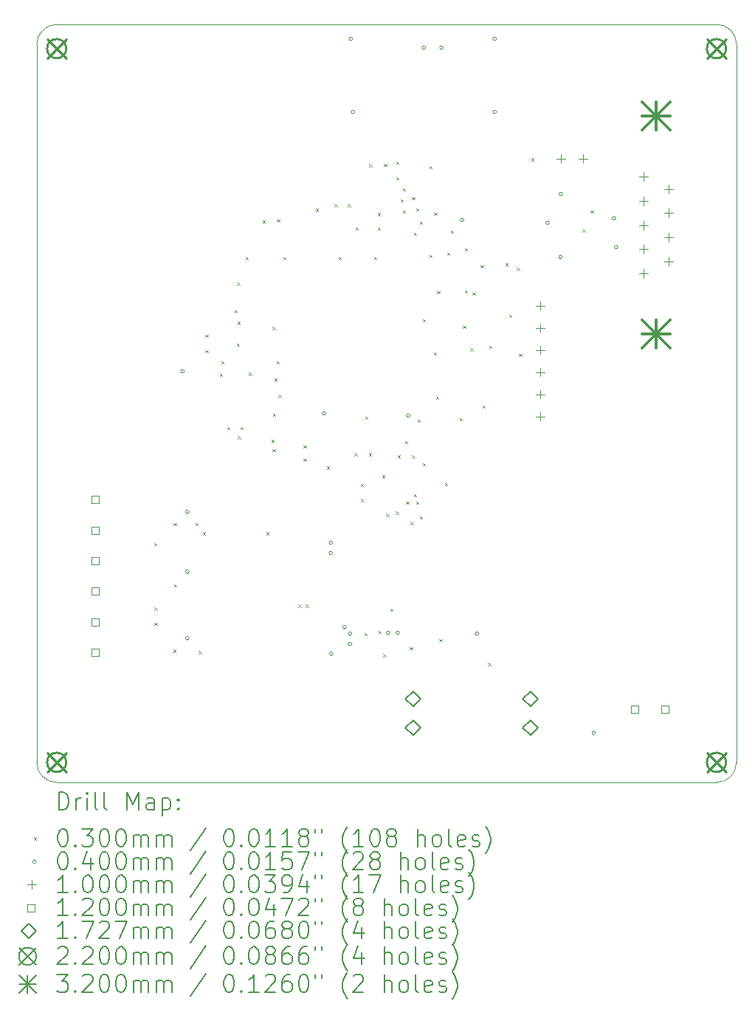
<source format=gbr>
%FSLAX45Y45*%
G04 Gerber Fmt 4.5, Leading zero omitted, Abs format (unit mm)*
G04 Created by KiCad (PCBNEW (6.0.0-0)) date 2023-03-02 14:51:40*
%MOMM*%
%LPD*%
G01*
G04 APERTURE LIST*
%TA.AperFunction,Profile*%
%ADD10C,0.100000*%
%TD*%
%ADD11C,0.200000*%
%ADD12C,0.030000*%
%ADD13C,0.040000*%
%ADD14C,0.100000*%
%ADD15C,0.120000*%
%ADD16C,0.172720*%
%ADD17C,0.220000*%
%ADD18C,0.320000*%
G04 APERTURE END LIST*
D10*
X8153047Y-12728606D02*
G75*
G03*
X8382000Y-12954000I225421J0D01*
G01*
X16179800Y-4492981D02*
G75*
G03*
X15955521Y-4269741I-220992J2261D01*
G01*
X8382000Y-4269388D02*
G75*
G03*
X8153047Y-4498340I0J-228952D01*
G01*
X8153047Y-4498340D02*
X8153047Y-12728606D01*
X15955069Y-12954000D02*
G75*
G03*
X16179804Y-12727940I1211J223535D01*
G01*
X8382000Y-12954000D02*
X15955069Y-12954000D01*
X15955521Y-4269741D02*
X8382000Y-4269388D01*
X16179804Y-12727940D02*
X16179800Y-4492981D01*
D11*
D12*
X9499840Y-10211040D02*
X9529840Y-10241040D01*
X9529840Y-10211040D02*
X9499840Y-10241040D01*
X9504920Y-10952720D02*
X9534920Y-10982720D01*
X9534920Y-10952720D02*
X9504920Y-10982720D01*
X9504920Y-11125440D02*
X9534920Y-11155440D01*
X9534920Y-11125440D02*
X9504920Y-11155440D01*
X9718280Y-11435320D02*
X9748280Y-11465320D01*
X9748280Y-11435320D02*
X9718280Y-11465320D01*
X9723360Y-9982440D02*
X9753360Y-10012440D01*
X9753360Y-9982440D02*
X9723360Y-10012440D01*
X9728440Y-10683480D02*
X9758440Y-10713480D01*
X9758440Y-10683480D02*
X9728440Y-10713480D01*
X9972280Y-9982440D02*
X10002280Y-10012440D01*
X10002280Y-9982440D02*
X9972280Y-10012440D01*
X10012920Y-11450560D02*
X10042920Y-11480560D01*
X10042920Y-11450560D02*
X10012920Y-11480560D01*
X10058640Y-10089120D02*
X10088640Y-10119120D01*
X10088640Y-10089120D02*
X10058640Y-10119120D01*
X10089120Y-7822520D02*
X10119120Y-7852520D01*
X10119120Y-7822520D02*
X10089120Y-7852520D01*
X10089120Y-8000320D02*
X10119120Y-8030320D01*
X10119120Y-8000320D02*
X10089120Y-8030320D01*
X10251680Y-8270480D02*
X10281680Y-8300480D01*
X10281680Y-8270480D02*
X10251680Y-8300480D01*
X10267840Y-8127320D02*
X10297840Y-8157320D01*
X10297840Y-8127320D02*
X10267840Y-8157320D01*
X10338040Y-8880080D02*
X10368040Y-8910080D01*
X10368040Y-8880080D02*
X10338040Y-8910080D01*
X10420240Y-7543120D02*
X10450240Y-7573120D01*
X10450240Y-7543120D02*
X10420240Y-7573120D01*
X10445640Y-7924120D02*
X10475640Y-7954120D01*
X10475640Y-7924120D02*
X10445640Y-7954120D01*
X10449800Y-7224000D02*
X10479800Y-7254000D01*
X10479800Y-7224000D02*
X10449800Y-7254000D01*
X10454880Y-7676120D02*
X10484880Y-7706120D01*
X10484880Y-7676120D02*
X10454880Y-7706120D01*
X10459960Y-8986760D02*
X10489960Y-9016760D01*
X10489960Y-8986760D02*
X10459960Y-9016760D01*
X10490440Y-8880080D02*
X10520440Y-8910080D01*
X10520440Y-8880080D02*
X10490440Y-8910080D01*
X10547240Y-6933520D02*
X10577240Y-6963520D01*
X10577240Y-6933520D02*
X10547240Y-6963520D01*
X10586960Y-8260320D02*
X10616960Y-8290320D01*
X10616960Y-8260320D02*
X10586960Y-8290320D01*
X10741900Y-6512800D02*
X10771900Y-6542800D01*
X10771900Y-6512800D02*
X10741900Y-6542800D01*
X10785080Y-10089120D02*
X10815080Y-10119120D01*
X10815080Y-10089120D02*
X10785080Y-10119120D01*
X10843500Y-9027400D02*
X10873500Y-9057400D01*
X10873500Y-9027400D02*
X10843500Y-9057400D01*
X10856200Y-7732000D02*
X10886200Y-7762000D01*
X10886200Y-7732000D02*
X10856200Y-7762000D01*
X10856200Y-9134080D02*
X10886200Y-9164080D01*
X10886200Y-9134080D02*
X10856200Y-9164080D01*
X10862200Y-8726760D02*
X10892200Y-8756760D01*
X10892200Y-8726760D02*
X10862200Y-8756760D01*
X10877440Y-8325440D02*
X10907440Y-8355440D01*
X10907440Y-8325440D02*
X10877440Y-8355440D01*
X10902840Y-8127320D02*
X10932840Y-8157320D01*
X10932840Y-8127320D02*
X10902840Y-8157320D01*
X10907000Y-6500100D02*
X10937000Y-6530100D01*
X10937000Y-6500100D02*
X10907000Y-6530100D01*
X10925700Y-8513400D02*
X10955700Y-8543400D01*
X10955700Y-8513400D02*
X10925700Y-8543400D01*
X10979040Y-6933520D02*
X11009040Y-6963520D01*
X11009040Y-6933520D02*
X10979040Y-6963520D01*
X11152480Y-10916260D02*
X11182480Y-10946260D01*
X11182480Y-10916260D02*
X11152480Y-10946260D01*
X11211800Y-9093440D02*
X11241800Y-9123440D01*
X11241800Y-9093440D02*
X11211800Y-9123440D01*
X11211800Y-9244220D02*
X11241800Y-9274220D01*
X11241800Y-9244220D02*
X11211800Y-9274220D01*
X11240640Y-10916260D02*
X11270640Y-10946260D01*
X11270640Y-10916260D02*
X11240640Y-10946260D01*
X11352420Y-6379800D02*
X11382420Y-6409800D01*
X11382420Y-6379800D02*
X11352420Y-6409800D01*
X11478500Y-9333120D02*
X11508500Y-9363120D01*
X11508500Y-9333120D02*
X11478500Y-9363120D01*
X11567400Y-6327380D02*
X11597400Y-6357380D01*
X11597400Y-6327380D02*
X11567400Y-6357380D01*
X11614040Y-6933520D02*
X11644040Y-6963520D01*
X11644040Y-6933520D02*
X11614040Y-6963520D01*
X11719800Y-6327380D02*
X11749800Y-6357380D01*
X11749800Y-6327380D02*
X11719800Y-6357380D01*
X11796000Y-9183150D02*
X11826000Y-9213150D01*
X11826000Y-9183150D02*
X11796000Y-9213150D01*
X11808700Y-6594080D02*
X11838700Y-6624080D01*
X11838700Y-6594080D02*
X11808700Y-6624080D01*
X11870580Y-9531940D02*
X11900580Y-9561940D01*
X11900580Y-9531940D02*
X11870580Y-9561940D01*
X11872200Y-9708120D02*
X11902200Y-9738120D01*
X11902200Y-9708120D02*
X11872200Y-9738120D01*
X11913161Y-11241946D02*
X11943161Y-11271946D01*
X11943161Y-11241946D02*
X11913161Y-11271946D01*
X11918840Y-8762320D02*
X11948840Y-8792320D01*
X11948840Y-8762320D02*
X11918840Y-8792320D01*
X11961100Y-9183150D02*
X11991100Y-9213150D01*
X11991100Y-9183150D02*
X11961100Y-9213150D01*
X11968720Y-5872720D02*
X11998720Y-5902720D01*
X11998720Y-5872720D02*
X11968720Y-5902720D01*
X12020440Y-6933520D02*
X12050440Y-6963520D01*
X12050440Y-6933520D02*
X12020440Y-6963520D01*
X12062700Y-6428980D02*
X12092700Y-6458980D01*
X12092700Y-6428980D02*
X12062700Y-6458980D01*
X12062700Y-6594080D02*
X12092700Y-6624080D01*
X12092700Y-6594080D02*
X12062700Y-6624080D01*
X12071321Y-11216446D02*
X12101321Y-11246446D01*
X12101321Y-11216446D02*
X12071321Y-11246446D01*
X12113500Y-9433800D02*
X12143500Y-9463800D01*
X12143500Y-9433800D02*
X12113500Y-9463800D01*
X12128070Y-11484015D02*
X12158070Y-11514015D01*
X12158070Y-11484015D02*
X12128070Y-11514015D01*
X12136360Y-5867640D02*
X12166360Y-5897640D01*
X12166360Y-5867640D02*
X12136360Y-5897640D01*
X12161760Y-9875760D02*
X12191760Y-9905760D01*
X12191760Y-9875760D02*
X12161760Y-9905760D01*
X12208120Y-10963260D02*
X12238120Y-10993260D01*
X12238120Y-10963260D02*
X12208120Y-10993260D01*
X12273520Y-9850360D02*
X12303520Y-9880360D01*
X12303520Y-9850360D02*
X12273520Y-9880360D01*
X12274440Y-5841320D02*
X12304440Y-5871320D01*
X12304440Y-5841320D02*
X12274440Y-5871320D01*
X12274440Y-6019120D02*
X12304440Y-6049120D01*
X12304440Y-6019120D02*
X12274440Y-6049120D01*
X12291300Y-9205200D02*
X12321300Y-9235200D01*
X12321300Y-9205200D02*
X12291300Y-9235200D01*
X12327090Y-6273120D02*
X12357090Y-6303120D01*
X12357090Y-6273120D02*
X12327090Y-6303120D01*
X12350640Y-6146120D02*
X12380640Y-6176120D01*
X12380640Y-6146120D02*
X12350640Y-6176120D01*
X12350640Y-6400120D02*
X12380640Y-6430120D01*
X12380640Y-6400120D02*
X12350640Y-6430120D01*
X12376040Y-9041720D02*
X12406040Y-9071720D01*
X12406040Y-9041720D02*
X12376040Y-9071720D01*
X12389660Y-9736720D02*
X12419660Y-9766720D01*
X12419660Y-9736720D02*
X12389660Y-9766720D01*
X12431640Y-11405220D02*
X12461640Y-11435220D01*
X12461640Y-11405220D02*
X12431640Y-11435220D01*
X12442080Y-9968820D02*
X12472080Y-9998820D01*
X12472080Y-9968820D02*
X12442080Y-9998820D01*
X12456400Y-9205200D02*
X12486400Y-9235200D01*
X12486400Y-9205200D02*
X12456400Y-9235200D01*
X12456590Y-6247720D02*
X12486590Y-6277720D01*
X12486590Y-6247720D02*
X12456590Y-6277720D01*
X12477640Y-6654120D02*
X12507640Y-6684120D01*
X12507640Y-6654120D02*
X12477640Y-6684120D01*
X12477640Y-9651320D02*
X12507640Y-9681320D01*
X12507640Y-9651320D02*
X12477640Y-9681320D01*
X12503040Y-6374720D02*
X12533040Y-6404720D01*
X12533040Y-6374720D02*
X12503040Y-6404720D01*
X12504660Y-9736720D02*
X12534660Y-9766720D01*
X12534660Y-9736720D02*
X12504660Y-9766720D01*
X12521920Y-8794240D02*
X12551920Y-8824240D01*
X12551920Y-8794240D02*
X12521920Y-8824240D01*
X12545300Y-6525500D02*
X12575300Y-6555500D01*
X12575300Y-6525500D02*
X12545300Y-6555500D01*
X12547840Y-9906240D02*
X12577840Y-9936240D01*
X12577840Y-9906240D02*
X12547840Y-9936240D01*
X12579240Y-7644720D02*
X12609240Y-7674720D01*
X12609240Y-7644720D02*
X12579240Y-7674720D01*
X12579240Y-9295720D02*
X12609240Y-9325720D01*
X12609240Y-9295720D02*
X12579240Y-9325720D01*
X12655440Y-5892120D02*
X12685440Y-5922120D01*
X12685440Y-5892120D02*
X12655440Y-5922120D01*
X12655440Y-6908120D02*
X12685440Y-6938120D01*
X12685440Y-6908120D02*
X12655440Y-6938120D01*
X12706240Y-8025720D02*
X12736240Y-8055720D01*
X12736240Y-8025720D02*
X12706240Y-8055720D01*
X12710400Y-6423900D02*
X12740400Y-6453900D01*
X12740400Y-6423900D02*
X12710400Y-6453900D01*
X12731640Y-8533720D02*
X12761640Y-8563720D01*
X12761640Y-8533720D02*
X12731640Y-8563720D01*
X12744340Y-7323021D02*
X12774340Y-7353021D01*
X12774340Y-7323021D02*
X12744340Y-7353021D01*
X12772000Y-11311240D02*
X12802000Y-11341240D01*
X12802000Y-11311240D02*
X12772000Y-11341240D01*
X12833240Y-9524320D02*
X12863240Y-9554320D01*
X12863240Y-9524320D02*
X12833240Y-9554320D01*
X12858640Y-6882720D02*
X12888640Y-6912720D01*
X12888640Y-6882720D02*
X12858640Y-6912720D01*
X12900900Y-6627100D02*
X12930900Y-6657100D01*
X12930900Y-6627100D02*
X12900900Y-6657100D01*
X13003420Y-8777670D02*
X13033420Y-8807670D01*
X13033420Y-8777670D02*
X13003420Y-8807670D01*
X13040600Y-7719300D02*
X13070600Y-7749300D01*
X13070600Y-7719300D02*
X13040600Y-7749300D01*
X13061840Y-6831920D02*
X13091840Y-6861920D01*
X13091840Y-6831920D02*
X13061840Y-6861920D01*
X13061840Y-7314520D02*
X13091840Y-7344520D01*
X13091840Y-7314520D02*
X13061840Y-7344520D01*
X13126960Y-7980920D02*
X13156960Y-8010920D01*
X13156960Y-7980920D02*
X13126960Y-8010920D01*
X13153280Y-7339920D02*
X13183280Y-7369920D01*
X13183280Y-7339920D02*
X13153280Y-7369920D01*
X13244720Y-7024960D02*
X13274720Y-7054960D01*
X13274720Y-7024960D02*
X13244720Y-7054960D01*
X13265040Y-8635320D02*
X13295040Y-8665320D01*
X13295040Y-8635320D02*
X13265040Y-8665320D01*
X13330481Y-11584846D02*
X13360481Y-11614846D01*
X13360481Y-11584846D02*
X13330481Y-11614846D01*
X13341240Y-7949520D02*
X13371240Y-7979520D01*
X13371240Y-7949520D02*
X13341240Y-7979520D01*
X13528653Y-7004470D02*
X13558653Y-7034470D01*
X13558653Y-7004470D02*
X13528653Y-7034470D01*
X13569840Y-7593920D02*
X13599840Y-7623920D01*
X13599840Y-7593920D02*
X13569840Y-7623920D01*
X13659043Y-7054420D02*
X13689043Y-7084420D01*
X13689043Y-7054420D02*
X13659043Y-7084420D01*
X13685760Y-8041880D02*
X13715760Y-8071880D01*
X13715760Y-8041880D02*
X13685760Y-8071880D01*
X13826683Y-5804740D02*
X13856683Y-5834740D01*
X13856683Y-5804740D02*
X13826683Y-5834740D01*
X14412200Y-6614400D02*
X14442200Y-6644400D01*
X14442200Y-6614400D02*
X14412200Y-6644400D01*
X14506553Y-6400120D02*
X14536553Y-6430120D01*
X14536553Y-6400120D02*
X14506553Y-6430120D01*
D13*
X9845640Y-8243920D02*
G75*
G03*
X9845640Y-8243920I-20000J0D01*
G01*
X9900600Y-9855200D02*
G75*
G03*
X9900600Y-9855200I-20000J0D01*
G01*
X9900600Y-10541000D02*
G75*
G03*
X9900600Y-10541000I-20000J0D01*
G01*
X9900600Y-11303000D02*
G75*
G03*
X9900600Y-11303000I-20000J0D01*
G01*
X11471240Y-8726520D02*
G75*
G03*
X11471240Y-8726520I-20000J0D01*
G01*
X11546520Y-10208260D02*
G75*
G03*
X11546520Y-10208260I-20000J0D01*
G01*
X11546520Y-10328260D02*
G75*
G03*
X11546520Y-10328260I-20000J0D01*
G01*
X11551600Y-11480800D02*
G75*
G03*
X11551600Y-11480800I-20000J0D01*
G01*
X11704000Y-11176000D02*
G75*
G03*
X11704000Y-11176000I-20000J0D01*
G01*
X11767500Y-11252200D02*
G75*
G03*
X11767500Y-11252200I-20000J0D01*
G01*
X11767500Y-11366500D02*
G75*
G03*
X11767500Y-11366500I-20000J0D01*
G01*
X11776040Y-4433920D02*
G75*
G03*
X11776040Y-4433920I-20000J0D01*
G01*
X11801440Y-5272120D02*
G75*
G03*
X11801440Y-5272120I-20000J0D01*
G01*
X12204380Y-11239500D02*
G75*
G03*
X12204380Y-11239500I-20000J0D01*
G01*
X12313600Y-11242040D02*
G75*
G03*
X12313600Y-11242040I-20000J0D01*
G01*
X12436440Y-8751920D02*
G75*
G03*
X12436440Y-8751920I-20000J0D01*
G01*
X12614240Y-4535520D02*
G75*
G03*
X12614240Y-4535520I-20000J0D01*
G01*
X12817440Y-4535520D02*
G75*
G03*
X12817440Y-4535520I-20000J0D01*
G01*
X13052493Y-6507010D02*
G75*
G03*
X13052493Y-6507010I-20000J0D01*
G01*
X13222920Y-11249660D02*
G75*
G03*
X13222920Y-11249660I-20000J0D01*
G01*
X13427040Y-4433920D02*
G75*
G03*
X13427040Y-4433920I-20000J0D01*
G01*
X13427040Y-5272120D02*
G75*
G03*
X13427040Y-5272120I-20000J0D01*
G01*
X14033553Y-6542120D02*
G75*
G03*
X14033553Y-6542120I-20000J0D01*
G01*
X14180500Y-6934200D02*
G75*
G03*
X14180500Y-6934200I-20000J0D01*
G01*
X14185953Y-6211920D02*
G75*
G03*
X14185953Y-6211920I-20000J0D01*
G01*
X14561270Y-12387810D02*
G75*
G03*
X14561270Y-12387810I-20000J0D01*
G01*
X14795553Y-6491320D02*
G75*
G03*
X14795553Y-6491320I-20000J0D01*
G01*
X14820953Y-6821520D02*
G75*
G03*
X14820953Y-6821520I-20000J0D01*
G01*
D14*
X13931900Y-7440460D02*
X13931900Y-7540460D01*
X13881900Y-7490460D02*
X13981900Y-7490460D01*
X13931900Y-7694460D02*
X13931900Y-7794460D01*
X13881900Y-7744460D02*
X13981900Y-7744460D01*
X13931900Y-7948460D02*
X13931900Y-8048460D01*
X13881900Y-7998460D02*
X13981900Y-7998460D01*
X13931900Y-8202460D02*
X13931900Y-8302460D01*
X13881900Y-8252460D02*
X13981900Y-8252460D01*
X13931900Y-8456460D02*
X13931900Y-8556460D01*
X13881900Y-8506460D02*
X13981900Y-8506460D01*
X13931900Y-8710460D02*
X13931900Y-8810460D01*
X13881900Y-8760460D02*
X13981900Y-8760460D01*
X14166453Y-5755520D02*
X14166453Y-5855520D01*
X14116453Y-5805520D02*
X14216453Y-5805520D01*
X14420453Y-5755520D02*
X14420453Y-5855520D01*
X14370453Y-5805520D02*
X14470453Y-5805520D01*
X15117487Y-5964520D02*
X15117487Y-6064520D01*
X15067487Y-6014520D02*
X15167487Y-6014520D01*
X15117487Y-6241520D02*
X15117487Y-6341520D01*
X15067487Y-6291520D02*
X15167487Y-6291520D01*
X15117487Y-6518520D02*
X15117487Y-6618520D01*
X15067487Y-6568520D02*
X15167487Y-6568520D01*
X15117487Y-6795520D02*
X15117487Y-6895520D01*
X15067487Y-6845520D02*
X15167487Y-6845520D01*
X15117487Y-7072520D02*
X15117487Y-7172520D01*
X15067487Y-7122520D02*
X15167487Y-7122520D01*
X15401487Y-6103020D02*
X15401487Y-6203020D01*
X15351487Y-6153020D02*
X15451487Y-6153020D01*
X15401487Y-6380020D02*
X15401487Y-6480020D01*
X15351487Y-6430020D02*
X15451487Y-6430020D01*
X15401487Y-6657020D02*
X15401487Y-6757020D01*
X15351487Y-6707020D02*
X15451487Y-6707020D01*
X15401487Y-6934020D02*
X15401487Y-7034020D01*
X15351487Y-6984020D02*
X15451487Y-6984020D01*
D15*
X8870347Y-9756687D02*
X8870347Y-9671833D01*
X8785493Y-9671833D01*
X8785493Y-9756687D01*
X8870347Y-9756687D01*
X8870347Y-10106687D02*
X8870347Y-10021833D01*
X8785493Y-10021833D01*
X8785493Y-10106687D01*
X8870347Y-10106687D01*
X8870347Y-10456687D02*
X8870347Y-10371833D01*
X8785493Y-10371833D01*
X8785493Y-10456687D01*
X8870347Y-10456687D01*
X8870347Y-10806687D02*
X8870347Y-10721833D01*
X8785493Y-10721833D01*
X8785493Y-10806687D01*
X8870347Y-10806687D01*
X8870347Y-11156687D02*
X8870347Y-11071833D01*
X8785493Y-11071833D01*
X8785493Y-11156687D01*
X8870347Y-11156687D01*
X8870347Y-11506687D02*
X8870347Y-11421833D01*
X8785493Y-11421833D01*
X8785493Y-11506687D01*
X8870347Y-11506687D01*
X15051547Y-12161887D02*
X15051547Y-12077033D01*
X14966693Y-12077033D01*
X14966693Y-12161887D01*
X15051547Y-12161887D01*
X15401547Y-12161887D02*
X15401547Y-12077033D01*
X15316693Y-12077033D01*
X15316693Y-12161887D01*
X15401547Y-12161887D01*
D16*
X12469181Y-12084986D02*
X12555541Y-11998626D01*
X12469181Y-11912266D01*
X12382821Y-11998626D01*
X12469181Y-12084986D01*
X12469181Y-12415186D02*
X12555541Y-12328826D01*
X12469181Y-12242466D01*
X12382821Y-12328826D01*
X12469181Y-12415186D01*
X13815381Y-12084986D02*
X13901741Y-11998626D01*
X13815381Y-11912266D01*
X13729021Y-11998626D01*
X13815381Y-12084986D01*
X13815381Y-12415186D02*
X13901741Y-12328826D01*
X13815381Y-12242466D01*
X13729021Y-12328826D01*
X13815381Y-12415186D01*
D17*
X8272000Y-4436600D02*
X8492000Y-4656600D01*
X8492000Y-4436600D02*
X8272000Y-4656600D01*
X8492000Y-4546600D02*
G75*
G03*
X8492000Y-4546600I-110000J0D01*
G01*
X8272000Y-12615400D02*
X8492000Y-12835400D01*
X8492000Y-12615400D02*
X8272000Y-12835400D01*
X8492000Y-12725400D02*
G75*
G03*
X8492000Y-12725400I-110000J0D01*
G01*
X15841200Y-4436600D02*
X16061200Y-4656600D01*
X16061200Y-4436600D02*
X15841200Y-4656600D01*
X16061200Y-4546600D02*
G75*
G03*
X16061200Y-4546600I-110000J0D01*
G01*
X15841200Y-12615400D02*
X16061200Y-12835400D01*
X16061200Y-12615400D02*
X15841200Y-12835400D01*
X16061200Y-12725400D02*
G75*
G03*
X16061200Y-12725400I-110000J0D01*
G01*
D18*
X15099487Y-5158520D02*
X15419487Y-5478520D01*
X15419487Y-5158520D02*
X15099487Y-5478520D01*
X15259487Y-5158520D02*
X15259487Y-5478520D01*
X15099487Y-5318520D02*
X15419487Y-5318520D01*
X15099487Y-7658520D02*
X15419487Y-7978520D01*
X15419487Y-7658520D02*
X15099487Y-7978520D01*
X15259487Y-7658520D02*
X15259487Y-7978520D01*
X15099487Y-7818520D02*
X15419487Y-7818520D01*
D11*
X8405667Y-13269504D02*
X8405667Y-13069504D01*
X8453286Y-13069504D01*
X8481857Y-13079028D01*
X8500905Y-13098075D01*
X8510428Y-13117123D01*
X8519952Y-13155218D01*
X8519952Y-13183790D01*
X8510428Y-13221885D01*
X8500905Y-13240932D01*
X8481857Y-13259980D01*
X8453286Y-13269504D01*
X8405667Y-13269504D01*
X8605667Y-13269504D02*
X8605667Y-13136170D01*
X8605667Y-13174266D02*
X8615190Y-13155218D01*
X8624714Y-13145694D01*
X8643762Y-13136170D01*
X8662809Y-13136170D01*
X8729476Y-13269504D02*
X8729476Y-13136170D01*
X8729476Y-13069504D02*
X8719952Y-13079028D01*
X8729476Y-13088551D01*
X8739000Y-13079028D01*
X8729476Y-13069504D01*
X8729476Y-13088551D01*
X8853286Y-13269504D02*
X8834238Y-13259980D01*
X8824714Y-13240932D01*
X8824714Y-13069504D01*
X8958048Y-13269504D02*
X8939000Y-13259980D01*
X8929476Y-13240932D01*
X8929476Y-13069504D01*
X9186619Y-13269504D02*
X9186619Y-13069504D01*
X9253286Y-13212361D01*
X9319952Y-13069504D01*
X9319952Y-13269504D01*
X9500905Y-13269504D02*
X9500905Y-13164742D01*
X9491381Y-13145694D01*
X9472333Y-13136170D01*
X9434238Y-13136170D01*
X9415190Y-13145694D01*
X9500905Y-13259980D02*
X9481857Y-13269504D01*
X9434238Y-13269504D01*
X9415190Y-13259980D01*
X9405667Y-13240932D01*
X9405667Y-13221885D01*
X9415190Y-13202837D01*
X9434238Y-13193313D01*
X9481857Y-13193313D01*
X9500905Y-13183790D01*
X9596143Y-13136170D02*
X9596143Y-13336170D01*
X9596143Y-13145694D02*
X9615190Y-13136170D01*
X9653286Y-13136170D01*
X9672333Y-13145694D01*
X9681857Y-13155218D01*
X9691381Y-13174266D01*
X9691381Y-13231409D01*
X9681857Y-13250456D01*
X9672333Y-13259980D01*
X9653286Y-13269504D01*
X9615190Y-13269504D01*
X9596143Y-13259980D01*
X9777095Y-13250456D02*
X9786619Y-13259980D01*
X9777095Y-13269504D01*
X9767571Y-13259980D01*
X9777095Y-13250456D01*
X9777095Y-13269504D01*
X9777095Y-13145694D02*
X9786619Y-13155218D01*
X9777095Y-13164742D01*
X9767571Y-13155218D01*
X9777095Y-13145694D01*
X9777095Y-13164742D01*
D12*
X8118047Y-13584028D02*
X8148047Y-13614028D01*
X8148047Y-13584028D02*
X8118047Y-13614028D01*
D11*
X8443762Y-13489504D02*
X8462809Y-13489504D01*
X8481857Y-13499028D01*
X8491381Y-13508551D01*
X8500905Y-13527599D01*
X8510428Y-13565694D01*
X8510428Y-13613313D01*
X8500905Y-13651409D01*
X8491381Y-13670456D01*
X8481857Y-13679980D01*
X8462809Y-13689504D01*
X8443762Y-13689504D01*
X8424714Y-13679980D01*
X8415190Y-13670456D01*
X8405667Y-13651409D01*
X8396143Y-13613313D01*
X8396143Y-13565694D01*
X8405667Y-13527599D01*
X8415190Y-13508551D01*
X8424714Y-13499028D01*
X8443762Y-13489504D01*
X8596143Y-13670456D02*
X8605667Y-13679980D01*
X8596143Y-13689504D01*
X8586619Y-13679980D01*
X8596143Y-13670456D01*
X8596143Y-13689504D01*
X8672333Y-13489504D02*
X8796143Y-13489504D01*
X8729476Y-13565694D01*
X8758048Y-13565694D01*
X8777095Y-13575218D01*
X8786619Y-13584742D01*
X8796143Y-13603790D01*
X8796143Y-13651409D01*
X8786619Y-13670456D01*
X8777095Y-13679980D01*
X8758048Y-13689504D01*
X8700905Y-13689504D01*
X8681857Y-13679980D01*
X8672333Y-13670456D01*
X8919952Y-13489504D02*
X8939000Y-13489504D01*
X8958048Y-13499028D01*
X8967571Y-13508551D01*
X8977095Y-13527599D01*
X8986619Y-13565694D01*
X8986619Y-13613313D01*
X8977095Y-13651409D01*
X8967571Y-13670456D01*
X8958048Y-13679980D01*
X8939000Y-13689504D01*
X8919952Y-13689504D01*
X8900905Y-13679980D01*
X8891381Y-13670456D01*
X8881857Y-13651409D01*
X8872333Y-13613313D01*
X8872333Y-13565694D01*
X8881857Y-13527599D01*
X8891381Y-13508551D01*
X8900905Y-13499028D01*
X8919952Y-13489504D01*
X9110428Y-13489504D02*
X9129476Y-13489504D01*
X9148524Y-13499028D01*
X9158048Y-13508551D01*
X9167571Y-13527599D01*
X9177095Y-13565694D01*
X9177095Y-13613313D01*
X9167571Y-13651409D01*
X9158048Y-13670456D01*
X9148524Y-13679980D01*
X9129476Y-13689504D01*
X9110428Y-13689504D01*
X9091381Y-13679980D01*
X9081857Y-13670456D01*
X9072333Y-13651409D01*
X9062809Y-13613313D01*
X9062809Y-13565694D01*
X9072333Y-13527599D01*
X9081857Y-13508551D01*
X9091381Y-13499028D01*
X9110428Y-13489504D01*
X9262809Y-13689504D02*
X9262809Y-13556170D01*
X9262809Y-13575218D02*
X9272333Y-13565694D01*
X9291381Y-13556170D01*
X9319952Y-13556170D01*
X9339000Y-13565694D01*
X9348524Y-13584742D01*
X9348524Y-13689504D01*
X9348524Y-13584742D02*
X9358048Y-13565694D01*
X9377095Y-13556170D01*
X9405667Y-13556170D01*
X9424714Y-13565694D01*
X9434238Y-13584742D01*
X9434238Y-13689504D01*
X9529476Y-13689504D02*
X9529476Y-13556170D01*
X9529476Y-13575218D02*
X9539000Y-13565694D01*
X9558048Y-13556170D01*
X9586619Y-13556170D01*
X9605667Y-13565694D01*
X9615190Y-13584742D01*
X9615190Y-13689504D01*
X9615190Y-13584742D02*
X9624714Y-13565694D01*
X9643762Y-13556170D01*
X9672333Y-13556170D01*
X9691381Y-13565694D01*
X9700905Y-13584742D01*
X9700905Y-13689504D01*
X10091381Y-13479980D02*
X9919952Y-13737123D01*
X10348524Y-13489504D02*
X10367571Y-13489504D01*
X10386619Y-13499028D01*
X10396143Y-13508551D01*
X10405667Y-13527599D01*
X10415190Y-13565694D01*
X10415190Y-13613313D01*
X10405667Y-13651409D01*
X10396143Y-13670456D01*
X10386619Y-13679980D01*
X10367571Y-13689504D01*
X10348524Y-13689504D01*
X10329476Y-13679980D01*
X10319952Y-13670456D01*
X10310428Y-13651409D01*
X10300905Y-13613313D01*
X10300905Y-13565694D01*
X10310428Y-13527599D01*
X10319952Y-13508551D01*
X10329476Y-13499028D01*
X10348524Y-13489504D01*
X10500905Y-13670456D02*
X10510428Y-13679980D01*
X10500905Y-13689504D01*
X10491381Y-13679980D01*
X10500905Y-13670456D01*
X10500905Y-13689504D01*
X10634238Y-13489504D02*
X10653286Y-13489504D01*
X10672333Y-13499028D01*
X10681857Y-13508551D01*
X10691381Y-13527599D01*
X10700905Y-13565694D01*
X10700905Y-13613313D01*
X10691381Y-13651409D01*
X10681857Y-13670456D01*
X10672333Y-13679980D01*
X10653286Y-13689504D01*
X10634238Y-13689504D01*
X10615190Y-13679980D01*
X10605667Y-13670456D01*
X10596143Y-13651409D01*
X10586619Y-13613313D01*
X10586619Y-13565694D01*
X10596143Y-13527599D01*
X10605667Y-13508551D01*
X10615190Y-13499028D01*
X10634238Y-13489504D01*
X10891381Y-13689504D02*
X10777095Y-13689504D01*
X10834238Y-13689504D02*
X10834238Y-13489504D01*
X10815190Y-13518075D01*
X10796143Y-13537123D01*
X10777095Y-13546647D01*
X11081857Y-13689504D02*
X10967571Y-13689504D01*
X11024714Y-13689504D02*
X11024714Y-13489504D01*
X11005667Y-13518075D01*
X10986619Y-13537123D01*
X10967571Y-13546647D01*
X11196143Y-13575218D02*
X11177095Y-13565694D01*
X11167571Y-13556170D01*
X11158047Y-13537123D01*
X11158047Y-13527599D01*
X11167571Y-13508551D01*
X11177095Y-13499028D01*
X11196143Y-13489504D01*
X11234238Y-13489504D01*
X11253285Y-13499028D01*
X11262809Y-13508551D01*
X11272333Y-13527599D01*
X11272333Y-13537123D01*
X11262809Y-13556170D01*
X11253285Y-13565694D01*
X11234238Y-13575218D01*
X11196143Y-13575218D01*
X11177095Y-13584742D01*
X11167571Y-13594266D01*
X11158047Y-13613313D01*
X11158047Y-13651409D01*
X11167571Y-13670456D01*
X11177095Y-13679980D01*
X11196143Y-13689504D01*
X11234238Y-13689504D01*
X11253285Y-13679980D01*
X11262809Y-13670456D01*
X11272333Y-13651409D01*
X11272333Y-13613313D01*
X11262809Y-13594266D01*
X11253285Y-13584742D01*
X11234238Y-13575218D01*
X11348524Y-13489504D02*
X11348524Y-13527599D01*
X11424714Y-13489504D02*
X11424714Y-13527599D01*
X11719952Y-13765694D02*
X11710428Y-13756170D01*
X11691381Y-13727599D01*
X11681857Y-13708551D01*
X11672333Y-13679980D01*
X11662809Y-13632361D01*
X11662809Y-13594266D01*
X11672333Y-13546647D01*
X11681857Y-13518075D01*
X11691381Y-13499028D01*
X11710428Y-13470456D01*
X11719952Y-13460932D01*
X11900905Y-13689504D02*
X11786619Y-13689504D01*
X11843762Y-13689504D02*
X11843762Y-13489504D01*
X11824714Y-13518075D01*
X11805666Y-13537123D01*
X11786619Y-13546647D01*
X12024714Y-13489504D02*
X12043762Y-13489504D01*
X12062809Y-13499028D01*
X12072333Y-13508551D01*
X12081857Y-13527599D01*
X12091381Y-13565694D01*
X12091381Y-13613313D01*
X12081857Y-13651409D01*
X12072333Y-13670456D01*
X12062809Y-13679980D01*
X12043762Y-13689504D01*
X12024714Y-13689504D01*
X12005666Y-13679980D01*
X11996143Y-13670456D01*
X11986619Y-13651409D01*
X11977095Y-13613313D01*
X11977095Y-13565694D01*
X11986619Y-13527599D01*
X11996143Y-13508551D01*
X12005666Y-13499028D01*
X12024714Y-13489504D01*
X12205666Y-13575218D02*
X12186619Y-13565694D01*
X12177095Y-13556170D01*
X12167571Y-13537123D01*
X12167571Y-13527599D01*
X12177095Y-13508551D01*
X12186619Y-13499028D01*
X12205666Y-13489504D01*
X12243762Y-13489504D01*
X12262809Y-13499028D01*
X12272333Y-13508551D01*
X12281857Y-13527599D01*
X12281857Y-13537123D01*
X12272333Y-13556170D01*
X12262809Y-13565694D01*
X12243762Y-13575218D01*
X12205666Y-13575218D01*
X12186619Y-13584742D01*
X12177095Y-13594266D01*
X12167571Y-13613313D01*
X12167571Y-13651409D01*
X12177095Y-13670456D01*
X12186619Y-13679980D01*
X12205666Y-13689504D01*
X12243762Y-13689504D01*
X12262809Y-13679980D01*
X12272333Y-13670456D01*
X12281857Y-13651409D01*
X12281857Y-13613313D01*
X12272333Y-13594266D01*
X12262809Y-13584742D01*
X12243762Y-13575218D01*
X12519952Y-13689504D02*
X12519952Y-13489504D01*
X12605666Y-13689504D02*
X12605666Y-13584742D01*
X12596143Y-13565694D01*
X12577095Y-13556170D01*
X12548524Y-13556170D01*
X12529476Y-13565694D01*
X12519952Y-13575218D01*
X12729476Y-13689504D02*
X12710428Y-13679980D01*
X12700905Y-13670456D01*
X12691381Y-13651409D01*
X12691381Y-13594266D01*
X12700905Y-13575218D01*
X12710428Y-13565694D01*
X12729476Y-13556170D01*
X12758047Y-13556170D01*
X12777095Y-13565694D01*
X12786619Y-13575218D01*
X12796143Y-13594266D01*
X12796143Y-13651409D01*
X12786619Y-13670456D01*
X12777095Y-13679980D01*
X12758047Y-13689504D01*
X12729476Y-13689504D01*
X12910428Y-13689504D02*
X12891381Y-13679980D01*
X12881857Y-13660932D01*
X12881857Y-13489504D01*
X13062809Y-13679980D02*
X13043762Y-13689504D01*
X13005666Y-13689504D01*
X12986619Y-13679980D01*
X12977095Y-13660932D01*
X12977095Y-13584742D01*
X12986619Y-13565694D01*
X13005666Y-13556170D01*
X13043762Y-13556170D01*
X13062809Y-13565694D01*
X13072333Y-13584742D01*
X13072333Y-13603790D01*
X12977095Y-13622837D01*
X13148524Y-13679980D02*
X13167571Y-13689504D01*
X13205666Y-13689504D01*
X13224714Y-13679980D01*
X13234238Y-13660932D01*
X13234238Y-13651409D01*
X13224714Y-13632361D01*
X13205666Y-13622837D01*
X13177095Y-13622837D01*
X13158047Y-13613313D01*
X13148524Y-13594266D01*
X13148524Y-13584742D01*
X13158047Y-13565694D01*
X13177095Y-13556170D01*
X13205666Y-13556170D01*
X13224714Y-13565694D01*
X13300905Y-13765694D02*
X13310428Y-13756170D01*
X13329476Y-13727599D01*
X13339000Y-13708551D01*
X13348524Y-13679980D01*
X13358047Y-13632361D01*
X13358047Y-13594266D01*
X13348524Y-13546647D01*
X13339000Y-13518075D01*
X13329476Y-13499028D01*
X13310428Y-13470456D01*
X13300905Y-13460932D01*
D13*
X8148047Y-13863028D02*
G75*
G03*
X8148047Y-13863028I-20000J0D01*
G01*
D11*
X8443762Y-13753504D02*
X8462809Y-13753504D01*
X8481857Y-13763028D01*
X8491381Y-13772551D01*
X8500905Y-13791599D01*
X8510428Y-13829694D01*
X8510428Y-13877313D01*
X8500905Y-13915409D01*
X8491381Y-13934456D01*
X8481857Y-13943980D01*
X8462809Y-13953504D01*
X8443762Y-13953504D01*
X8424714Y-13943980D01*
X8415190Y-13934456D01*
X8405667Y-13915409D01*
X8396143Y-13877313D01*
X8396143Y-13829694D01*
X8405667Y-13791599D01*
X8415190Y-13772551D01*
X8424714Y-13763028D01*
X8443762Y-13753504D01*
X8596143Y-13934456D02*
X8605667Y-13943980D01*
X8596143Y-13953504D01*
X8586619Y-13943980D01*
X8596143Y-13934456D01*
X8596143Y-13953504D01*
X8777095Y-13820170D02*
X8777095Y-13953504D01*
X8729476Y-13743980D02*
X8681857Y-13886837D01*
X8805667Y-13886837D01*
X8919952Y-13753504D02*
X8939000Y-13753504D01*
X8958048Y-13763028D01*
X8967571Y-13772551D01*
X8977095Y-13791599D01*
X8986619Y-13829694D01*
X8986619Y-13877313D01*
X8977095Y-13915409D01*
X8967571Y-13934456D01*
X8958048Y-13943980D01*
X8939000Y-13953504D01*
X8919952Y-13953504D01*
X8900905Y-13943980D01*
X8891381Y-13934456D01*
X8881857Y-13915409D01*
X8872333Y-13877313D01*
X8872333Y-13829694D01*
X8881857Y-13791599D01*
X8891381Y-13772551D01*
X8900905Y-13763028D01*
X8919952Y-13753504D01*
X9110428Y-13753504D02*
X9129476Y-13753504D01*
X9148524Y-13763028D01*
X9158048Y-13772551D01*
X9167571Y-13791599D01*
X9177095Y-13829694D01*
X9177095Y-13877313D01*
X9167571Y-13915409D01*
X9158048Y-13934456D01*
X9148524Y-13943980D01*
X9129476Y-13953504D01*
X9110428Y-13953504D01*
X9091381Y-13943980D01*
X9081857Y-13934456D01*
X9072333Y-13915409D01*
X9062809Y-13877313D01*
X9062809Y-13829694D01*
X9072333Y-13791599D01*
X9081857Y-13772551D01*
X9091381Y-13763028D01*
X9110428Y-13753504D01*
X9262809Y-13953504D02*
X9262809Y-13820170D01*
X9262809Y-13839218D02*
X9272333Y-13829694D01*
X9291381Y-13820170D01*
X9319952Y-13820170D01*
X9339000Y-13829694D01*
X9348524Y-13848742D01*
X9348524Y-13953504D01*
X9348524Y-13848742D02*
X9358048Y-13829694D01*
X9377095Y-13820170D01*
X9405667Y-13820170D01*
X9424714Y-13829694D01*
X9434238Y-13848742D01*
X9434238Y-13953504D01*
X9529476Y-13953504D02*
X9529476Y-13820170D01*
X9529476Y-13839218D02*
X9539000Y-13829694D01*
X9558048Y-13820170D01*
X9586619Y-13820170D01*
X9605667Y-13829694D01*
X9615190Y-13848742D01*
X9615190Y-13953504D01*
X9615190Y-13848742D02*
X9624714Y-13829694D01*
X9643762Y-13820170D01*
X9672333Y-13820170D01*
X9691381Y-13829694D01*
X9700905Y-13848742D01*
X9700905Y-13953504D01*
X10091381Y-13743980D02*
X9919952Y-14001123D01*
X10348524Y-13753504D02*
X10367571Y-13753504D01*
X10386619Y-13763028D01*
X10396143Y-13772551D01*
X10405667Y-13791599D01*
X10415190Y-13829694D01*
X10415190Y-13877313D01*
X10405667Y-13915409D01*
X10396143Y-13934456D01*
X10386619Y-13943980D01*
X10367571Y-13953504D01*
X10348524Y-13953504D01*
X10329476Y-13943980D01*
X10319952Y-13934456D01*
X10310428Y-13915409D01*
X10300905Y-13877313D01*
X10300905Y-13829694D01*
X10310428Y-13791599D01*
X10319952Y-13772551D01*
X10329476Y-13763028D01*
X10348524Y-13753504D01*
X10500905Y-13934456D02*
X10510428Y-13943980D01*
X10500905Y-13953504D01*
X10491381Y-13943980D01*
X10500905Y-13934456D01*
X10500905Y-13953504D01*
X10634238Y-13753504D02*
X10653286Y-13753504D01*
X10672333Y-13763028D01*
X10681857Y-13772551D01*
X10691381Y-13791599D01*
X10700905Y-13829694D01*
X10700905Y-13877313D01*
X10691381Y-13915409D01*
X10681857Y-13934456D01*
X10672333Y-13943980D01*
X10653286Y-13953504D01*
X10634238Y-13953504D01*
X10615190Y-13943980D01*
X10605667Y-13934456D01*
X10596143Y-13915409D01*
X10586619Y-13877313D01*
X10586619Y-13829694D01*
X10596143Y-13791599D01*
X10605667Y-13772551D01*
X10615190Y-13763028D01*
X10634238Y-13753504D01*
X10891381Y-13953504D02*
X10777095Y-13953504D01*
X10834238Y-13953504D02*
X10834238Y-13753504D01*
X10815190Y-13782075D01*
X10796143Y-13801123D01*
X10777095Y-13810647D01*
X11072333Y-13753504D02*
X10977095Y-13753504D01*
X10967571Y-13848742D01*
X10977095Y-13839218D01*
X10996143Y-13829694D01*
X11043762Y-13829694D01*
X11062809Y-13839218D01*
X11072333Y-13848742D01*
X11081857Y-13867790D01*
X11081857Y-13915409D01*
X11072333Y-13934456D01*
X11062809Y-13943980D01*
X11043762Y-13953504D01*
X10996143Y-13953504D01*
X10977095Y-13943980D01*
X10967571Y-13934456D01*
X11148524Y-13753504D02*
X11281857Y-13753504D01*
X11196143Y-13953504D01*
X11348524Y-13753504D02*
X11348524Y-13791599D01*
X11424714Y-13753504D02*
X11424714Y-13791599D01*
X11719952Y-14029694D02*
X11710428Y-14020170D01*
X11691381Y-13991599D01*
X11681857Y-13972551D01*
X11672333Y-13943980D01*
X11662809Y-13896361D01*
X11662809Y-13858266D01*
X11672333Y-13810647D01*
X11681857Y-13782075D01*
X11691381Y-13763028D01*
X11710428Y-13734456D01*
X11719952Y-13724932D01*
X11786619Y-13772551D02*
X11796143Y-13763028D01*
X11815190Y-13753504D01*
X11862809Y-13753504D01*
X11881857Y-13763028D01*
X11891381Y-13772551D01*
X11900905Y-13791599D01*
X11900905Y-13810647D01*
X11891381Y-13839218D01*
X11777095Y-13953504D01*
X11900905Y-13953504D01*
X12015190Y-13839218D02*
X11996143Y-13829694D01*
X11986619Y-13820170D01*
X11977095Y-13801123D01*
X11977095Y-13791599D01*
X11986619Y-13772551D01*
X11996143Y-13763028D01*
X12015190Y-13753504D01*
X12053285Y-13753504D01*
X12072333Y-13763028D01*
X12081857Y-13772551D01*
X12091381Y-13791599D01*
X12091381Y-13801123D01*
X12081857Y-13820170D01*
X12072333Y-13829694D01*
X12053285Y-13839218D01*
X12015190Y-13839218D01*
X11996143Y-13848742D01*
X11986619Y-13858266D01*
X11977095Y-13877313D01*
X11977095Y-13915409D01*
X11986619Y-13934456D01*
X11996143Y-13943980D01*
X12015190Y-13953504D01*
X12053285Y-13953504D01*
X12072333Y-13943980D01*
X12081857Y-13934456D01*
X12091381Y-13915409D01*
X12091381Y-13877313D01*
X12081857Y-13858266D01*
X12072333Y-13848742D01*
X12053285Y-13839218D01*
X12329476Y-13953504D02*
X12329476Y-13753504D01*
X12415190Y-13953504D02*
X12415190Y-13848742D01*
X12405666Y-13829694D01*
X12386619Y-13820170D01*
X12358047Y-13820170D01*
X12339000Y-13829694D01*
X12329476Y-13839218D01*
X12539000Y-13953504D02*
X12519952Y-13943980D01*
X12510428Y-13934456D01*
X12500905Y-13915409D01*
X12500905Y-13858266D01*
X12510428Y-13839218D01*
X12519952Y-13829694D01*
X12539000Y-13820170D01*
X12567571Y-13820170D01*
X12586619Y-13829694D01*
X12596143Y-13839218D01*
X12605666Y-13858266D01*
X12605666Y-13915409D01*
X12596143Y-13934456D01*
X12586619Y-13943980D01*
X12567571Y-13953504D01*
X12539000Y-13953504D01*
X12719952Y-13953504D02*
X12700905Y-13943980D01*
X12691381Y-13924932D01*
X12691381Y-13753504D01*
X12872333Y-13943980D02*
X12853285Y-13953504D01*
X12815190Y-13953504D01*
X12796143Y-13943980D01*
X12786619Y-13924932D01*
X12786619Y-13848742D01*
X12796143Y-13829694D01*
X12815190Y-13820170D01*
X12853285Y-13820170D01*
X12872333Y-13829694D01*
X12881857Y-13848742D01*
X12881857Y-13867790D01*
X12786619Y-13886837D01*
X12958047Y-13943980D02*
X12977095Y-13953504D01*
X13015190Y-13953504D01*
X13034238Y-13943980D01*
X13043762Y-13924932D01*
X13043762Y-13915409D01*
X13034238Y-13896361D01*
X13015190Y-13886837D01*
X12986619Y-13886837D01*
X12967571Y-13877313D01*
X12958047Y-13858266D01*
X12958047Y-13848742D01*
X12967571Y-13829694D01*
X12986619Y-13820170D01*
X13015190Y-13820170D01*
X13034238Y-13829694D01*
X13110428Y-14029694D02*
X13119952Y-14020170D01*
X13139000Y-13991599D01*
X13148524Y-13972551D01*
X13158047Y-13943980D01*
X13167571Y-13896361D01*
X13167571Y-13858266D01*
X13158047Y-13810647D01*
X13148524Y-13782075D01*
X13139000Y-13763028D01*
X13119952Y-13734456D01*
X13110428Y-13724932D01*
D14*
X8098047Y-14077028D02*
X8098047Y-14177028D01*
X8048047Y-14127028D02*
X8148047Y-14127028D01*
D11*
X8510428Y-14217504D02*
X8396143Y-14217504D01*
X8453286Y-14217504D02*
X8453286Y-14017504D01*
X8434238Y-14046075D01*
X8415190Y-14065123D01*
X8396143Y-14074647D01*
X8596143Y-14198456D02*
X8605667Y-14207980D01*
X8596143Y-14217504D01*
X8586619Y-14207980D01*
X8596143Y-14198456D01*
X8596143Y-14217504D01*
X8729476Y-14017504D02*
X8748524Y-14017504D01*
X8767571Y-14027028D01*
X8777095Y-14036551D01*
X8786619Y-14055599D01*
X8796143Y-14093694D01*
X8796143Y-14141313D01*
X8786619Y-14179409D01*
X8777095Y-14198456D01*
X8767571Y-14207980D01*
X8748524Y-14217504D01*
X8729476Y-14217504D01*
X8710428Y-14207980D01*
X8700905Y-14198456D01*
X8691381Y-14179409D01*
X8681857Y-14141313D01*
X8681857Y-14093694D01*
X8691381Y-14055599D01*
X8700905Y-14036551D01*
X8710428Y-14027028D01*
X8729476Y-14017504D01*
X8919952Y-14017504D02*
X8939000Y-14017504D01*
X8958048Y-14027028D01*
X8967571Y-14036551D01*
X8977095Y-14055599D01*
X8986619Y-14093694D01*
X8986619Y-14141313D01*
X8977095Y-14179409D01*
X8967571Y-14198456D01*
X8958048Y-14207980D01*
X8939000Y-14217504D01*
X8919952Y-14217504D01*
X8900905Y-14207980D01*
X8891381Y-14198456D01*
X8881857Y-14179409D01*
X8872333Y-14141313D01*
X8872333Y-14093694D01*
X8881857Y-14055599D01*
X8891381Y-14036551D01*
X8900905Y-14027028D01*
X8919952Y-14017504D01*
X9110428Y-14017504D02*
X9129476Y-14017504D01*
X9148524Y-14027028D01*
X9158048Y-14036551D01*
X9167571Y-14055599D01*
X9177095Y-14093694D01*
X9177095Y-14141313D01*
X9167571Y-14179409D01*
X9158048Y-14198456D01*
X9148524Y-14207980D01*
X9129476Y-14217504D01*
X9110428Y-14217504D01*
X9091381Y-14207980D01*
X9081857Y-14198456D01*
X9072333Y-14179409D01*
X9062809Y-14141313D01*
X9062809Y-14093694D01*
X9072333Y-14055599D01*
X9081857Y-14036551D01*
X9091381Y-14027028D01*
X9110428Y-14017504D01*
X9262809Y-14217504D02*
X9262809Y-14084170D01*
X9262809Y-14103218D02*
X9272333Y-14093694D01*
X9291381Y-14084170D01*
X9319952Y-14084170D01*
X9339000Y-14093694D01*
X9348524Y-14112742D01*
X9348524Y-14217504D01*
X9348524Y-14112742D02*
X9358048Y-14093694D01*
X9377095Y-14084170D01*
X9405667Y-14084170D01*
X9424714Y-14093694D01*
X9434238Y-14112742D01*
X9434238Y-14217504D01*
X9529476Y-14217504D02*
X9529476Y-14084170D01*
X9529476Y-14103218D02*
X9539000Y-14093694D01*
X9558048Y-14084170D01*
X9586619Y-14084170D01*
X9605667Y-14093694D01*
X9615190Y-14112742D01*
X9615190Y-14217504D01*
X9615190Y-14112742D02*
X9624714Y-14093694D01*
X9643762Y-14084170D01*
X9672333Y-14084170D01*
X9691381Y-14093694D01*
X9700905Y-14112742D01*
X9700905Y-14217504D01*
X10091381Y-14007980D02*
X9919952Y-14265123D01*
X10348524Y-14017504D02*
X10367571Y-14017504D01*
X10386619Y-14027028D01*
X10396143Y-14036551D01*
X10405667Y-14055599D01*
X10415190Y-14093694D01*
X10415190Y-14141313D01*
X10405667Y-14179409D01*
X10396143Y-14198456D01*
X10386619Y-14207980D01*
X10367571Y-14217504D01*
X10348524Y-14217504D01*
X10329476Y-14207980D01*
X10319952Y-14198456D01*
X10310428Y-14179409D01*
X10300905Y-14141313D01*
X10300905Y-14093694D01*
X10310428Y-14055599D01*
X10319952Y-14036551D01*
X10329476Y-14027028D01*
X10348524Y-14017504D01*
X10500905Y-14198456D02*
X10510428Y-14207980D01*
X10500905Y-14217504D01*
X10491381Y-14207980D01*
X10500905Y-14198456D01*
X10500905Y-14217504D01*
X10634238Y-14017504D02*
X10653286Y-14017504D01*
X10672333Y-14027028D01*
X10681857Y-14036551D01*
X10691381Y-14055599D01*
X10700905Y-14093694D01*
X10700905Y-14141313D01*
X10691381Y-14179409D01*
X10681857Y-14198456D01*
X10672333Y-14207980D01*
X10653286Y-14217504D01*
X10634238Y-14217504D01*
X10615190Y-14207980D01*
X10605667Y-14198456D01*
X10596143Y-14179409D01*
X10586619Y-14141313D01*
X10586619Y-14093694D01*
X10596143Y-14055599D01*
X10605667Y-14036551D01*
X10615190Y-14027028D01*
X10634238Y-14017504D01*
X10767571Y-14017504D02*
X10891381Y-14017504D01*
X10824714Y-14093694D01*
X10853286Y-14093694D01*
X10872333Y-14103218D01*
X10881857Y-14112742D01*
X10891381Y-14131790D01*
X10891381Y-14179409D01*
X10881857Y-14198456D01*
X10872333Y-14207980D01*
X10853286Y-14217504D01*
X10796143Y-14217504D01*
X10777095Y-14207980D01*
X10767571Y-14198456D01*
X10986619Y-14217504D02*
X11024714Y-14217504D01*
X11043762Y-14207980D01*
X11053286Y-14198456D01*
X11072333Y-14169885D01*
X11081857Y-14131790D01*
X11081857Y-14055599D01*
X11072333Y-14036551D01*
X11062809Y-14027028D01*
X11043762Y-14017504D01*
X11005667Y-14017504D01*
X10986619Y-14027028D01*
X10977095Y-14036551D01*
X10967571Y-14055599D01*
X10967571Y-14103218D01*
X10977095Y-14122266D01*
X10986619Y-14131790D01*
X11005667Y-14141313D01*
X11043762Y-14141313D01*
X11062809Y-14131790D01*
X11072333Y-14122266D01*
X11081857Y-14103218D01*
X11253285Y-14084170D02*
X11253285Y-14217504D01*
X11205666Y-14007980D02*
X11158047Y-14150837D01*
X11281857Y-14150837D01*
X11348524Y-14017504D02*
X11348524Y-14055599D01*
X11424714Y-14017504D02*
X11424714Y-14055599D01*
X11719952Y-14293694D02*
X11710428Y-14284170D01*
X11691381Y-14255599D01*
X11681857Y-14236551D01*
X11672333Y-14207980D01*
X11662809Y-14160361D01*
X11662809Y-14122266D01*
X11672333Y-14074647D01*
X11681857Y-14046075D01*
X11691381Y-14027028D01*
X11710428Y-13998456D01*
X11719952Y-13988932D01*
X11900905Y-14217504D02*
X11786619Y-14217504D01*
X11843762Y-14217504D02*
X11843762Y-14017504D01*
X11824714Y-14046075D01*
X11805666Y-14065123D01*
X11786619Y-14074647D01*
X11967571Y-14017504D02*
X12100905Y-14017504D01*
X12015190Y-14217504D01*
X12329476Y-14217504D02*
X12329476Y-14017504D01*
X12415190Y-14217504D02*
X12415190Y-14112742D01*
X12405666Y-14093694D01*
X12386619Y-14084170D01*
X12358047Y-14084170D01*
X12339000Y-14093694D01*
X12329476Y-14103218D01*
X12539000Y-14217504D02*
X12519952Y-14207980D01*
X12510428Y-14198456D01*
X12500905Y-14179409D01*
X12500905Y-14122266D01*
X12510428Y-14103218D01*
X12519952Y-14093694D01*
X12539000Y-14084170D01*
X12567571Y-14084170D01*
X12586619Y-14093694D01*
X12596143Y-14103218D01*
X12605666Y-14122266D01*
X12605666Y-14179409D01*
X12596143Y-14198456D01*
X12586619Y-14207980D01*
X12567571Y-14217504D01*
X12539000Y-14217504D01*
X12719952Y-14217504D02*
X12700905Y-14207980D01*
X12691381Y-14188932D01*
X12691381Y-14017504D01*
X12872333Y-14207980D02*
X12853285Y-14217504D01*
X12815190Y-14217504D01*
X12796143Y-14207980D01*
X12786619Y-14188932D01*
X12786619Y-14112742D01*
X12796143Y-14093694D01*
X12815190Y-14084170D01*
X12853285Y-14084170D01*
X12872333Y-14093694D01*
X12881857Y-14112742D01*
X12881857Y-14131790D01*
X12786619Y-14150837D01*
X12958047Y-14207980D02*
X12977095Y-14217504D01*
X13015190Y-14217504D01*
X13034238Y-14207980D01*
X13043762Y-14188932D01*
X13043762Y-14179409D01*
X13034238Y-14160361D01*
X13015190Y-14150837D01*
X12986619Y-14150837D01*
X12967571Y-14141313D01*
X12958047Y-14122266D01*
X12958047Y-14112742D01*
X12967571Y-14093694D01*
X12986619Y-14084170D01*
X13015190Y-14084170D01*
X13034238Y-14093694D01*
X13110428Y-14293694D02*
X13119952Y-14284170D01*
X13139000Y-14255599D01*
X13148524Y-14236551D01*
X13158047Y-14207980D01*
X13167571Y-14160361D01*
X13167571Y-14122266D01*
X13158047Y-14074647D01*
X13148524Y-14046075D01*
X13139000Y-14027028D01*
X13119952Y-13998456D01*
X13110428Y-13988932D01*
D15*
X8130474Y-14433454D02*
X8130474Y-14348601D01*
X8045621Y-14348601D01*
X8045621Y-14433454D01*
X8130474Y-14433454D01*
D11*
X8510428Y-14481504D02*
X8396143Y-14481504D01*
X8453286Y-14481504D02*
X8453286Y-14281504D01*
X8434238Y-14310075D01*
X8415190Y-14329123D01*
X8396143Y-14338647D01*
X8596143Y-14462456D02*
X8605667Y-14471980D01*
X8596143Y-14481504D01*
X8586619Y-14471980D01*
X8596143Y-14462456D01*
X8596143Y-14481504D01*
X8681857Y-14300551D02*
X8691381Y-14291028D01*
X8710428Y-14281504D01*
X8758048Y-14281504D01*
X8777095Y-14291028D01*
X8786619Y-14300551D01*
X8796143Y-14319599D01*
X8796143Y-14338647D01*
X8786619Y-14367218D01*
X8672333Y-14481504D01*
X8796143Y-14481504D01*
X8919952Y-14281504D02*
X8939000Y-14281504D01*
X8958048Y-14291028D01*
X8967571Y-14300551D01*
X8977095Y-14319599D01*
X8986619Y-14357694D01*
X8986619Y-14405313D01*
X8977095Y-14443409D01*
X8967571Y-14462456D01*
X8958048Y-14471980D01*
X8939000Y-14481504D01*
X8919952Y-14481504D01*
X8900905Y-14471980D01*
X8891381Y-14462456D01*
X8881857Y-14443409D01*
X8872333Y-14405313D01*
X8872333Y-14357694D01*
X8881857Y-14319599D01*
X8891381Y-14300551D01*
X8900905Y-14291028D01*
X8919952Y-14281504D01*
X9110428Y-14281504D02*
X9129476Y-14281504D01*
X9148524Y-14291028D01*
X9158048Y-14300551D01*
X9167571Y-14319599D01*
X9177095Y-14357694D01*
X9177095Y-14405313D01*
X9167571Y-14443409D01*
X9158048Y-14462456D01*
X9148524Y-14471980D01*
X9129476Y-14481504D01*
X9110428Y-14481504D01*
X9091381Y-14471980D01*
X9081857Y-14462456D01*
X9072333Y-14443409D01*
X9062809Y-14405313D01*
X9062809Y-14357694D01*
X9072333Y-14319599D01*
X9081857Y-14300551D01*
X9091381Y-14291028D01*
X9110428Y-14281504D01*
X9262809Y-14481504D02*
X9262809Y-14348170D01*
X9262809Y-14367218D02*
X9272333Y-14357694D01*
X9291381Y-14348170D01*
X9319952Y-14348170D01*
X9339000Y-14357694D01*
X9348524Y-14376742D01*
X9348524Y-14481504D01*
X9348524Y-14376742D02*
X9358048Y-14357694D01*
X9377095Y-14348170D01*
X9405667Y-14348170D01*
X9424714Y-14357694D01*
X9434238Y-14376742D01*
X9434238Y-14481504D01*
X9529476Y-14481504D02*
X9529476Y-14348170D01*
X9529476Y-14367218D02*
X9539000Y-14357694D01*
X9558048Y-14348170D01*
X9586619Y-14348170D01*
X9605667Y-14357694D01*
X9615190Y-14376742D01*
X9615190Y-14481504D01*
X9615190Y-14376742D02*
X9624714Y-14357694D01*
X9643762Y-14348170D01*
X9672333Y-14348170D01*
X9691381Y-14357694D01*
X9700905Y-14376742D01*
X9700905Y-14481504D01*
X10091381Y-14271980D02*
X9919952Y-14529123D01*
X10348524Y-14281504D02*
X10367571Y-14281504D01*
X10386619Y-14291028D01*
X10396143Y-14300551D01*
X10405667Y-14319599D01*
X10415190Y-14357694D01*
X10415190Y-14405313D01*
X10405667Y-14443409D01*
X10396143Y-14462456D01*
X10386619Y-14471980D01*
X10367571Y-14481504D01*
X10348524Y-14481504D01*
X10329476Y-14471980D01*
X10319952Y-14462456D01*
X10310428Y-14443409D01*
X10300905Y-14405313D01*
X10300905Y-14357694D01*
X10310428Y-14319599D01*
X10319952Y-14300551D01*
X10329476Y-14291028D01*
X10348524Y-14281504D01*
X10500905Y-14462456D02*
X10510428Y-14471980D01*
X10500905Y-14481504D01*
X10491381Y-14471980D01*
X10500905Y-14462456D01*
X10500905Y-14481504D01*
X10634238Y-14281504D02*
X10653286Y-14281504D01*
X10672333Y-14291028D01*
X10681857Y-14300551D01*
X10691381Y-14319599D01*
X10700905Y-14357694D01*
X10700905Y-14405313D01*
X10691381Y-14443409D01*
X10681857Y-14462456D01*
X10672333Y-14471980D01*
X10653286Y-14481504D01*
X10634238Y-14481504D01*
X10615190Y-14471980D01*
X10605667Y-14462456D01*
X10596143Y-14443409D01*
X10586619Y-14405313D01*
X10586619Y-14357694D01*
X10596143Y-14319599D01*
X10605667Y-14300551D01*
X10615190Y-14291028D01*
X10634238Y-14281504D01*
X10872333Y-14348170D02*
X10872333Y-14481504D01*
X10824714Y-14271980D02*
X10777095Y-14414837D01*
X10900905Y-14414837D01*
X10958048Y-14281504D02*
X11091381Y-14281504D01*
X11005667Y-14481504D01*
X11158047Y-14300551D02*
X11167571Y-14291028D01*
X11186619Y-14281504D01*
X11234238Y-14281504D01*
X11253285Y-14291028D01*
X11262809Y-14300551D01*
X11272333Y-14319599D01*
X11272333Y-14338647D01*
X11262809Y-14367218D01*
X11148524Y-14481504D01*
X11272333Y-14481504D01*
X11348524Y-14281504D02*
X11348524Y-14319599D01*
X11424714Y-14281504D02*
X11424714Y-14319599D01*
X11719952Y-14557694D02*
X11710428Y-14548170D01*
X11691381Y-14519599D01*
X11681857Y-14500551D01*
X11672333Y-14471980D01*
X11662809Y-14424361D01*
X11662809Y-14386266D01*
X11672333Y-14338647D01*
X11681857Y-14310075D01*
X11691381Y-14291028D01*
X11710428Y-14262456D01*
X11719952Y-14252932D01*
X11824714Y-14367218D02*
X11805666Y-14357694D01*
X11796143Y-14348170D01*
X11786619Y-14329123D01*
X11786619Y-14319599D01*
X11796143Y-14300551D01*
X11805666Y-14291028D01*
X11824714Y-14281504D01*
X11862809Y-14281504D01*
X11881857Y-14291028D01*
X11891381Y-14300551D01*
X11900905Y-14319599D01*
X11900905Y-14329123D01*
X11891381Y-14348170D01*
X11881857Y-14357694D01*
X11862809Y-14367218D01*
X11824714Y-14367218D01*
X11805666Y-14376742D01*
X11796143Y-14386266D01*
X11786619Y-14405313D01*
X11786619Y-14443409D01*
X11796143Y-14462456D01*
X11805666Y-14471980D01*
X11824714Y-14481504D01*
X11862809Y-14481504D01*
X11881857Y-14471980D01*
X11891381Y-14462456D01*
X11900905Y-14443409D01*
X11900905Y-14405313D01*
X11891381Y-14386266D01*
X11881857Y-14376742D01*
X11862809Y-14367218D01*
X12139000Y-14481504D02*
X12139000Y-14281504D01*
X12224714Y-14481504D02*
X12224714Y-14376742D01*
X12215190Y-14357694D01*
X12196143Y-14348170D01*
X12167571Y-14348170D01*
X12148524Y-14357694D01*
X12139000Y-14367218D01*
X12348524Y-14481504D02*
X12329476Y-14471980D01*
X12319952Y-14462456D01*
X12310428Y-14443409D01*
X12310428Y-14386266D01*
X12319952Y-14367218D01*
X12329476Y-14357694D01*
X12348524Y-14348170D01*
X12377095Y-14348170D01*
X12396143Y-14357694D01*
X12405666Y-14367218D01*
X12415190Y-14386266D01*
X12415190Y-14443409D01*
X12405666Y-14462456D01*
X12396143Y-14471980D01*
X12377095Y-14481504D01*
X12348524Y-14481504D01*
X12529476Y-14481504D02*
X12510428Y-14471980D01*
X12500905Y-14452932D01*
X12500905Y-14281504D01*
X12681857Y-14471980D02*
X12662809Y-14481504D01*
X12624714Y-14481504D01*
X12605666Y-14471980D01*
X12596143Y-14452932D01*
X12596143Y-14376742D01*
X12605666Y-14357694D01*
X12624714Y-14348170D01*
X12662809Y-14348170D01*
X12681857Y-14357694D01*
X12691381Y-14376742D01*
X12691381Y-14395790D01*
X12596143Y-14414837D01*
X12767571Y-14471980D02*
X12786619Y-14481504D01*
X12824714Y-14481504D01*
X12843762Y-14471980D01*
X12853285Y-14452932D01*
X12853285Y-14443409D01*
X12843762Y-14424361D01*
X12824714Y-14414837D01*
X12796143Y-14414837D01*
X12777095Y-14405313D01*
X12767571Y-14386266D01*
X12767571Y-14376742D01*
X12777095Y-14357694D01*
X12796143Y-14348170D01*
X12824714Y-14348170D01*
X12843762Y-14357694D01*
X12919952Y-14557694D02*
X12929476Y-14548170D01*
X12948524Y-14519599D01*
X12958047Y-14500551D01*
X12967571Y-14471980D01*
X12977095Y-14424361D01*
X12977095Y-14386266D01*
X12967571Y-14338647D01*
X12958047Y-14310075D01*
X12948524Y-14291028D01*
X12929476Y-14262456D01*
X12919952Y-14252932D01*
D16*
X8061687Y-14741388D02*
X8148047Y-14655028D01*
X8061687Y-14568668D01*
X7975327Y-14655028D01*
X8061687Y-14741388D01*
D11*
X8510428Y-14745504D02*
X8396143Y-14745504D01*
X8453286Y-14745504D02*
X8453286Y-14545504D01*
X8434238Y-14574075D01*
X8415190Y-14593123D01*
X8396143Y-14602647D01*
X8596143Y-14726456D02*
X8605667Y-14735980D01*
X8596143Y-14745504D01*
X8586619Y-14735980D01*
X8596143Y-14726456D01*
X8596143Y-14745504D01*
X8672333Y-14545504D02*
X8805667Y-14545504D01*
X8719952Y-14745504D01*
X8872333Y-14564551D02*
X8881857Y-14555028D01*
X8900905Y-14545504D01*
X8948524Y-14545504D01*
X8967571Y-14555028D01*
X8977095Y-14564551D01*
X8986619Y-14583599D01*
X8986619Y-14602647D01*
X8977095Y-14631218D01*
X8862809Y-14745504D01*
X8986619Y-14745504D01*
X9053286Y-14545504D02*
X9186619Y-14545504D01*
X9100905Y-14745504D01*
X9262809Y-14745504D02*
X9262809Y-14612170D01*
X9262809Y-14631218D02*
X9272333Y-14621694D01*
X9291381Y-14612170D01*
X9319952Y-14612170D01*
X9339000Y-14621694D01*
X9348524Y-14640742D01*
X9348524Y-14745504D01*
X9348524Y-14640742D02*
X9358048Y-14621694D01*
X9377095Y-14612170D01*
X9405667Y-14612170D01*
X9424714Y-14621694D01*
X9434238Y-14640742D01*
X9434238Y-14745504D01*
X9529476Y-14745504D02*
X9529476Y-14612170D01*
X9529476Y-14631218D02*
X9539000Y-14621694D01*
X9558048Y-14612170D01*
X9586619Y-14612170D01*
X9605667Y-14621694D01*
X9615190Y-14640742D01*
X9615190Y-14745504D01*
X9615190Y-14640742D02*
X9624714Y-14621694D01*
X9643762Y-14612170D01*
X9672333Y-14612170D01*
X9691381Y-14621694D01*
X9700905Y-14640742D01*
X9700905Y-14745504D01*
X10091381Y-14535980D02*
X9919952Y-14793123D01*
X10348524Y-14545504D02*
X10367571Y-14545504D01*
X10386619Y-14555028D01*
X10396143Y-14564551D01*
X10405667Y-14583599D01*
X10415190Y-14621694D01*
X10415190Y-14669313D01*
X10405667Y-14707409D01*
X10396143Y-14726456D01*
X10386619Y-14735980D01*
X10367571Y-14745504D01*
X10348524Y-14745504D01*
X10329476Y-14735980D01*
X10319952Y-14726456D01*
X10310428Y-14707409D01*
X10300905Y-14669313D01*
X10300905Y-14621694D01*
X10310428Y-14583599D01*
X10319952Y-14564551D01*
X10329476Y-14555028D01*
X10348524Y-14545504D01*
X10500905Y-14726456D02*
X10510428Y-14735980D01*
X10500905Y-14745504D01*
X10491381Y-14735980D01*
X10500905Y-14726456D01*
X10500905Y-14745504D01*
X10634238Y-14545504D02*
X10653286Y-14545504D01*
X10672333Y-14555028D01*
X10681857Y-14564551D01*
X10691381Y-14583599D01*
X10700905Y-14621694D01*
X10700905Y-14669313D01*
X10691381Y-14707409D01*
X10681857Y-14726456D01*
X10672333Y-14735980D01*
X10653286Y-14745504D01*
X10634238Y-14745504D01*
X10615190Y-14735980D01*
X10605667Y-14726456D01*
X10596143Y-14707409D01*
X10586619Y-14669313D01*
X10586619Y-14621694D01*
X10596143Y-14583599D01*
X10605667Y-14564551D01*
X10615190Y-14555028D01*
X10634238Y-14545504D01*
X10872333Y-14545504D02*
X10834238Y-14545504D01*
X10815190Y-14555028D01*
X10805667Y-14564551D01*
X10786619Y-14593123D01*
X10777095Y-14631218D01*
X10777095Y-14707409D01*
X10786619Y-14726456D01*
X10796143Y-14735980D01*
X10815190Y-14745504D01*
X10853286Y-14745504D01*
X10872333Y-14735980D01*
X10881857Y-14726456D01*
X10891381Y-14707409D01*
X10891381Y-14659790D01*
X10881857Y-14640742D01*
X10872333Y-14631218D01*
X10853286Y-14621694D01*
X10815190Y-14621694D01*
X10796143Y-14631218D01*
X10786619Y-14640742D01*
X10777095Y-14659790D01*
X11005667Y-14631218D02*
X10986619Y-14621694D01*
X10977095Y-14612170D01*
X10967571Y-14593123D01*
X10967571Y-14583599D01*
X10977095Y-14564551D01*
X10986619Y-14555028D01*
X11005667Y-14545504D01*
X11043762Y-14545504D01*
X11062809Y-14555028D01*
X11072333Y-14564551D01*
X11081857Y-14583599D01*
X11081857Y-14593123D01*
X11072333Y-14612170D01*
X11062809Y-14621694D01*
X11043762Y-14631218D01*
X11005667Y-14631218D01*
X10986619Y-14640742D01*
X10977095Y-14650266D01*
X10967571Y-14669313D01*
X10967571Y-14707409D01*
X10977095Y-14726456D01*
X10986619Y-14735980D01*
X11005667Y-14745504D01*
X11043762Y-14745504D01*
X11062809Y-14735980D01*
X11072333Y-14726456D01*
X11081857Y-14707409D01*
X11081857Y-14669313D01*
X11072333Y-14650266D01*
X11062809Y-14640742D01*
X11043762Y-14631218D01*
X11205666Y-14545504D02*
X11224714Y-14545504D01*
X11243762Y-14555028D01*
X11253285Y-14564551D01*
X11262809Y-14583599D01*
X11272333Y-14621694D01*
X11272333Y-14669313D01*
X11262809Y-14707409D01*
X11253285Y-14726456D01*
X11243762Y-14735980D01*
X11224714Y-14745504D01*
X11205666Y-14745504D01*
X11186619Y-14735980D01*
X11177095Y-14726456D01*
X11167571Y-14707409D01*
X11158047Y-14669313D01*
X11158047Y-14621694D01*
X11167571Y-14583599D01*
X11177095Y-14564551D01*
X11186619Y-14555028D01*
X11205666Y-14545504D01*
X11348524Y-14545504D02*
X11348524Y-14583599D01*
X11424714Y-14545504D02*
X11424714Y-14583599D01*
X11719952Y-14821694D02*
X11710428Y-14812170D01*
X11691381Y-14783599D01*
X11681857Y-14764551D01*
X11672333Y-14735980D01*
X11662809Y-14688361D01*
X11662809Y-14650266D01*
X11672333Y-14602647D01*
X11681857Y-14574075D01*
X11691381Y-14555028D01*
X11710428Y-14526456D01*
X11719952Y-14516932D01*
X11881857Y-14612170D02*
X11881857Y-14745504D01*
X11834238Y-14535980D02*
X11786619Y-14678837D01*
X11910428Y-14678837D01*
X12139000Y-14745504D02*
X12139000Y-14545504D01*
X12224714Y-14745504D02*
X12224714Y-14640742D01*
X12215190Y-14621694D01*
X12196143Y-14612170D01*
X12167571Y-14612170D01*
X12148524Y-14621694D01*
X12139000Y-14631218D01*
X12348524Y-14745504D02*
X12329476Y-14735980D01*
X12319952Y-14726456D01*
X12310428Y-14707409D01*
X12310428Y-14650266D01*
X12319952Y-14631218D01*
X12329476Y-14621694D01*
X12348524Y-14612170D01*
X12377095Y-14612170D01*
X12396143Y-14621694D01*
X12405666Y-14631218D01*
X12415190Y-14650266D01*
X12415190Y-14707409D01*
X12405666Y-14726456D01*
X12396143Y-14735980D01*
X12377095Y-14745504D01*
X12348524Y-14745504D01*
X12529476Y-14745504D02*
X12510428Y-14735980D01*
X12500905Y-14716932D01*
X12500905Y-14545504D01*
X12681857Y-14735980D02*
X12662809Y-14745504D01*
X12624714Y-14745504D01*
X12605666Y-14735980D01*
X12596143Y-14716932D01*
X12596143Y-14640742D01*
X12605666Y-14621694D01*
X12624714Y-14612170D01*
X12662809Y-14612170D01*
X12681857Y-14621694D01*
X12691381Y-14640742D01*
X12691381Y-14659790D01*
X12596143Y-14678837D01*
X12767571Y-14735980D02*
X12786619Y-14745504D01*
X12824714Y-14745504D01*
X12843762Y-14735980D01*
X12853285Y-14716932D01*
X12853285Y-14707409D01*
X12843762Y-14688361D01*
X12824714Y-14678837D01*
X12796143Y-14678837D01*
X12777095Y-14669313D01*
X12767571Y-14650266D01*
X12767571Y-14640742D01*
X12777095Y-14621694D01*
X12796143Y-14612170D01*
X12824714Y-14612170D01*
X12843762Y-14621694D01*
X12919952Y-14821694D02*
X12929476Y-14812170D01*
X12948524Y-14783599D01*
X12958047Y-14764551D01*
X12967571Y-14735980D01*
X12977095Y-14688361D01*
X12977095Y-14650266D01*
X12967571Y-14602647D01*
X12958047Y-14574075D01*
X12948524Y-14555028D01*
X12929476Y-14526456D01*
X12919952Y-14516932D01*
X7948047Y-14847748D02*
X8148047Y-15047748D01*
X8148047Y-14847748D02*
X7948047Y-15047748D01*
X8148047Y-14947748D02*
G75*
G03*
X8148047Y-14947748I-100000J0D01*
G01*
X8396143Y-14857271D02*
X8405667Y-14847748D01*
X8424714Y-14838224D01*
X8472333Y-14838224D01*
X8491381Y-14847748D01*
X8500905Y-14857271D01*
X8510428Y-14876319D01*
X8510428Y-14895367D01*
X8500905Y-14923938D01*
X8386619Y-15038224D01*
X8510428Y-15038224D01*
X8596143Y-15019176D02*
X8605667Y-15028700D01*
X8596143Y-15038224D01*
X8586619Y-15028700D01*
X8596143Y-15019176D01*
X8596143Y-15038224D01*
X8681857Y-14857271D02*
X8691381Y-14847748D01*
X8710428Y-14838224D01*
X8758048Y-14838224D01*
X8777095Y-14847748D01*
X8786619Y-14857271D01*
X8796143Y-14876319D01*
X8796143Y-14895367D01*
X8786619Y-14923938D01*
X8672333Y-15038224D01*
X8796143Y-15038224D01*
X8919952Y-14838224D02*
X8939000Y-14838224D01*
X8958048Y-14847748D01*
X8967571Y-14857271D01*
X8977095Y-14876319D01*
X8986619Y-14914414D01*
X8986619Y-14962033D01*
X8977095Y-15000129D01*
X8967571Y-15019176D01*
X8958048Y-15028700D01*
X8939000Y-15038224D01*
X8919952Y-15038224D01*
X8900905Y-15028700D01*
X8891381Y-15019176D01*
X8881857Y-15000129D01*
X8872333Y-14962033D01*
X8872333Y-14914414D01*
X8881857Y-14876319D01*
X8891381Y-14857271D01*
X8900905Y-14847748D01*
X8919952Y-14838224D01*
X9110428Y-14838224D02*
X9129476Y-14838224D01*
X9148524Y-14847748D01*
X9158048Y-14857271D01*
X9167571Y-14876319D01*
X9177095Y-14914414D01*
X9177095Y-14962033D01*
X9167571Y-15000129D01*
X9158048Y-15019176D01*
X9148524Y-15028700D01*
X9129476Y-15038224D01*
X9110428Y-15038224D01*
X9091381Y-15028700D01*
X9081857Y-15019176D01*
X9072333Y-15000129D01*
X9062809Y-14962033D01*
X9062809Y-14914414D01*
X9072333Y-14876319D01*
X9081857Y-14857271D01*
X9091381Y-14847748D01*
X9110428Y-14838224D01*
X9262809Y-15038224D02*
X9262809Y-14904890D01*
X9262809Y-14923938D02*
X9272333Y-14914414D01*
X9291381Y-14904890D01*
X9319952Y-14904890D01*
X9339000Y-14914414D01*
X9348524Y-14933462D01*
X9348524Y-15038224D01*
X9348524Y-14933462D02*
X9358048Y-14914414D01*
X9377095Y-14904890D01*
X9405667Y-14904890D01*
X9424714Y-14914414D01*
X9434238Y-14933462D01*
X9434238Y-15038224D01*
X9529476Y-15038224D02*
X9529476Y-14904890D01*
X9529476Y-14923938D02*
X9539000Y-14914414D01*
X9558048Y-14904890D01*
X9586619Y-14904890D01*
X9605667Y-14914414D01*
X9615190Y-14933462D01*
X9615190Y-15038224D01*
X9615190Y-14933462D02*
X9624714Y-14914414D01*
X9643762Y-14904890D01*
X9672333Y-14904890D01*
X9691381Y-14914414D01*
X9700905Y-14933462D01*
X9700905Y-15038224D01*
X10091381Y-14828700D02*
X9919952Y-15085843D01*
X10348524Y-14838224D02*
X10367571Y-14838224D01*
X10386619Y-14847748D01*
X10396143Y-14857271D01*
X10405667Y-14876319D01*
X10415190Y-14914414D01*
X10415190Y-14962033D01*
X10405667Y-15000129D01*
X10396143Y-15019176D01*
X10386619Y-15028700D01*
X10367571Y-15038224D01*
X10348524Y-15038224D01*
X10329476Y-15028700D01*
X10319952Y-15019176D01*
X10310428Y-15000129D01*
X10300905Y-14962033D01*
X10300905Y-14914414D01*
X10310428Y-14876319D01*
X10319952Y-14857271D01*
X10329476Y-14847748D01*
X10348524Y-14838224D01*
X10500905Y-15019176D02*
X10510428Y-15028700D01*
X10500905Y-15038224D01*
X10491381Y-15028700D01*
X10500905Y-15019176D01*
X10500905Y-15038224D01*
X10634238Y-14838224D02*
X10653286Y-14838224D01*
X10672333Y-14847748D01*
X10681857Y-14857271D01*
X10691381Y-14876319D01*
X10700905Y-14914414D01*
X10700905Y-14962033D01*
X10691381Y-15000129D01*
X10681857Y-15019176D01*
X10672333Y-15028700D01*
X10653286Y-15038224D01*
X10634238Y-15038224D01*
X10615190Y-15028700D01*
X10605667Y-15019176D01*
X10596143Y-15000129D01*
X10586619Y-14962033D01*
X10586619Y-14914414D01*
X10596143Y-14876319D01*
X10605667Y-14857271D01*
X10615190Y-14847748D01*
X10634238Y-14838224D01*
X10815190Y-14923938D02*
X10796143Y-14914414D01*
X10786619Y-14904890D01*
X10777095Y-14885843D01*
X10777095Y-14876319D01*
X10786619Y-14857271D01*
X10796143Y-14847748D01*
X10815190Y-14838224D01*
X10853286Y-14838224D01*
X10872333Y-14847748D01*
X10881857Y-14857271D01*
X10891381Y-14876319D01*
X10891381Y-14885843D01*
X10881857Y-14904890D01*
X10872333Y-14914414D01*
X10853286Y-14923938D01*
X10815190Y-14923938D01*
X10796143Y-14933462D01*
X10786619Y-14942986D01*
X10777095Y-14962033D01*
X10777095Y-15000129D01*
X10786619Y-15019176D01*
X10796143Y-15028700D01*
X10815190Y-15038224D01*
X10853286Y-15038224D01*
X10872333Y-15028700D01*
X10881857Y-15019176D01*
X10891381Y-15000129D01*
X10891381Y-14962033D01*
X10881857Y-14942986D01*
X10872333Y-14933462D01*
X10853286Y-14923938D01*
X11062809Y-14838224D02*
X11024714Y-14838224D01*
X11005667Y-14847748D01*
X10996143Y-14857271D01*
X10977095Y-14885843D01*
X10967571Y-14923938D01*
X10967571Y-15000129D01*
X10977095Y-15019176D01*
X10986619Y-15028700D01*
X11005667Y-15038224D01*
X11043762Y-15038224D01*
X11062809Y-15028700D01*
X11072333Y-15019176D01*
X11081857Y-15000129D01*
X11081857Y-14952510D01*
X11072333Y-14933462D01*
X11062809Y-14923938D01*
X11043762Y-14914414D01*
X11005667Y-14914414D01*
X10986619Y-14923938D01*
X10977095Y-14933462D01*
X10967571Y-14952510D01*
X11253285Y-14838224D02*
X11215190Y-14838224D01*
X11196143Y-14847748D01*
X11186619Y-14857271D01*
X11167571Y-14885843D01*
X11158047Y-14923938D01*
X11158047Y-15000129D01*
X11167571Y-15019176D01*
X11177095Y-15028700D01*
X11196143Y-15038224D01*
X11234238Y-15038224D01*
X11253285Y-15028700D01*
X11262809Y-15019176D01*
X11272333Y-15000129D01*
X11272333Y-14952510D01*
X11262809Y-14933462D01*
X11253285Y-14923938D01*
X11234238Y-14914414D01*
X11196143Y-14914414D01*
X11177095Y-14923938D01*
X11167571Y-14933462D01*
X11158047Y-14952510D01*
X11348524Y-14838224D02*
X11348524Y-14876319D01*
X11424714Y-14838224D02*
X11424714Y-14876319D01*
X11719952Y-15114414D02*
X11710428Y-15104890D01*
X11691381Y-15076319D01*
X11681857Y-15057271D01*
X11672333Y-15028700D01*
X11662809Y-14981081D01*
X11662809Y-14942986D01*
X11672333Y-14895367D01*
X11681857Y-14866795D01*
X11691381Y-14847748D01*
X11710428Y-14819176D01*
X11719952Y-14809652D01*
X11881857Y-14904890D02*
X11881857Y-15038224D01*
X11834238Y-14828700D02*
X11786619Y-14971557D01*
X11910428Y-14971557D01*
X12139000Y-15038224D02*
X12139000Y-14838224D01*
X12224714Y-15038224D02*
X12224714Y-14933462D01*
X12215190Y-14914414D01*
X12196143Y-14904890D01*
X12167571Y-14904890D01*
X12148524Y-14914414D01*
X12139000Y-14923938D01*
X12348524Y-15038224D02*
X12329476Y-15028700D01*
X12319952Y-15019176D01*
X12310428Y-15000129D01*
X12310428Y-14942986D01*
X12319952Y-14923938D01*
X12329476Y-14914414D01*
X12348524Y-14904890D01*
X12377095Y-14904890D01*
X12396143Y-14914414D01*
X12405666Y-14923938D01*
X12415190Y-14942986D01*
X12415190Y-15000129D01*
X12405666Y-15019176D01*
X12396143Y-15028700D01*
X12377095Y-15038224D01*
X12348524Y-15038224D01*
X12529476Y-15038224D02*
X12510428Y-15028700D01*
X12500905Y-15009652D01*
X12500905Y-14838224D01*
X12681857Y-15028700D02*
X12662809Y-15038224D01*
X12624714Y-15038224D01*
X12605666Y-15028700D01*
X12596143Y-15009652D01*
X12596143Y-14933462D01*
X12605666Y-14914414D01*
X12624714Y-14904890D01*
X12662809Y-14904890D01*
X12681857Y-14914414D01*
X12691381Y-14933462D01*
X12691381Y-14952510D01*
X12596143Y-14971557D01*
X12767571Y-15028700D02*
X12786619Y-15038224D01*
X12824714Y-15038224D01*
X12843762Y-15028700D01*
X12853285Y-15009652D01*
X12853285Y-15000129D01*
X12843762Y-14981081D01*
X12824714Y-14971557D01*
X12796143Y-14971557D01*
X12777095Y-14962033D01*
X12767571Y-14942986D01*
X12767571Y-14933462D01*
X12777095Y-14914414D01*
X12796143Y-14904890D01*
X12824714Y-14904890D01*
X12843762Y-14914414D01*
X12919952Y-15114414D02*
X12929476Y-15104890D01*
X12948524Y-15076319D01*
X12958047Y-15057271D01*
X12967571Y-15028700D01*
X12977095Y-14981081D01*
X12977095Y-14942986D01*
X12967571Y-14895367D01*
X12958047Y-14866795D01*
X12948524Y-14847748D01*
X12929476Y-14819176D01*
X12919952Y-14809652D01*
X7948047Y-15167748D02*
X8148047Y-15367748D01*
X8148047Y-15167748D02*
X7948047Y-15367748D01*
X8048047Y-15167748D02*
X8048047Y-15367748D01*
X7948047Y-15267748D02*
X8148047Y-15267748D01*
X8386619Y-15158224D02*
X8510428Y-15158224D01*
X8443762Y-15234414D01*
X8472333Y-15234414D01*
X8491381Y-15243938D01*
X8500905Y-15253462D01*
X8510428Y-15272510D01*
X8510428Y-15320129D01*
X8500905Y-15339176D01*
X8491381Y-15348700D01*
X8472333Y-15358224D01*
X8415190Y-15358224D01*
X8396143Y-15348700D01*
X8386619Y-15339176D01*
X8596143Y-15339176D02*
X8605667Y-15348700D01*
X8596143Y-15358224D01*
X8586619Y-15348700D01*
X8596143Y-15339176D01*
X8596143Y-15358224D01*
X8681857Y-15177271D02*
X8691381Y-15167748D01*
X8710428Y-15158224D01*
X8758048Y-15158224D01*
X8777095Y-15167748D01*
X8786619Y-15177271D01*
X8796143Y-15196319D01*
X8796143Y-15215367D01*
X8786619Y-15243938D01*
X8672333Y-15358224D01*
X8796143Y-15358224D01*
X8919952Y-15158224D02*
X8939000Y-15158224D01*
X8958048Y-15167748D01*
X8967571Y-15177271D01*
X8977095Y-15196319D01*
X8986619Y-15234414D01*
X8986619Y-15282033D01*
X8977095Y-15320129D01*
X8967571Y-15339176D01*
X8958048Y-15348700D01*
X8939000Y-15358224D01*
X8919952Y-15358224D01*
X8900905Y-15348700D01*
X8891381Y-15339176D01*
X8881857Y-15320129D01*
X8872333Y-15282033D01*
X8872333Y-15234414D01*
X8881857Y-15196319D01*
X8891381Y-15177271D01*
X8900905Y-15167748D01*
X8919952Y-15158224D01*
X9110428Y-15158224D02*
X9129476Y-15158224D01*
X9148524Y-15167748D01*
X9158048Y-15177271D01*
X9167571Y-15196319D01*
X9177095Y-15234414D01*
X9177095Y-15282033D01*
X9167571Y-15320129D01*
X9158048Y-15339176D01*
X9148524Y-15348700D01*
X9129476Y-15358224D01*
X9110428Y-15358224D01*
X9091381Y-15348700D01*
X9081857Y-15339176D01*
X9072333Y-15320129D01*
X9062809Y-15282033D01*
X9062809Y-15234414D01*
X9072333Y-15196319D01*
X9081857Y-15177271D01*
X9091381Y-15167748D01*
X9110428Y-15158224D01*
X9262809Y-15358224D02*
X9262809Y-15224890D01*
X9262809Y-15243938D02*
X9272333Y-15234414D01*
X9291381Y-15224890D01*
X9319952Y-15224890D01*
X9339000Y-15234414D01*
X9348524Y-15253462D01*
X9348524Y-15358224D01*
X9348524Y-15253462D02*
X9358048Y-15234414D01*
X9377095Y-15224890D01*
X9405667Y-15224890D01*
X9424714Y-15234414D01*
X9434238Y-15253462D01*
X9434238Y-15358224D01*
X9529476Y-15358224D02*
X9529476Y-15224890D01*
X9529476Y-15243938D02*
X9539000Y-15234414D01*
X9558048Y-15224890D01*
X9586619Y-15224890D01*
X9605667Y-15234414D01*
X9615190Y-15253462D01*
X9615190Y-15358224D01*
X9615190Y-15253462D02*
X9624714Y-15234414D01*
X9643762Y-15224890D01*
X9672333Y-15224890D01*
X9691381Y-15234414D01*
X9700905Y-15253462D01*
X9700905Y-15358224D01*
X10091381Y-15148700D02*
X9919952Y-15405843D01*
X10348524Y-15158224D02*
X10367571Y-15158224D01*
X10386619Y-15167748D01*
X10396143Y-15177271D01*
X10405667Y-15196319D01*
X10415190Y-15234414D01*
X10415190Y-15282033D01*
X10405667Y-15320129D01*
X10396143Y-15339176D01*
X10386619Y-15348700D01*
X10367571Y-15358224D01*
X10348524Y-15358224D01*
X10329476Y-15348700D01*
X10319952Y-15339176D01*
X10310428Y-15320129D01*
X10300905Y-15282033D01*
X10300905Y-15234414D01*
X10310428Y-15196319D01*
X10319952Y-15177271D01*
X10329476Y-15167748D01*
X10348524Y-15158224D01*
X10500905Y-15339176D02*
X10510428Y-15348700D01*
X10500905Y-15358224D01*
X10491381Y-15348700D01*
X10500905Y-15339176D01*
X10500905Y-15358224D01*
X10700905Y-15358224D02*
X10586619Y-15358224D01*
X10643762Y-15358224D02*
X10643762Y-15158224D01*
X10624714Y-15186795D01*
X10605667Y-15205843D01*
X10586619Y-15215367D01*
X10777095Y-15177271D02*
X10786619Y-15167748D01*
X10805667Y-15158224D01*
X10853286Y-15158224D01*
X10872333Y-15167748D01*
X10881857Y-15177271D01*
X10891381Y-15196319D01*
X10891381Y-15215367D01*
X10881857Y-15243938D01*
X10767571Y-15358224D01*
X10891381Y-15358224D01*
X11062809Y-15158224D02*
X11024714Y-15158224D01*
X11005667Y-15167748D01*
X10996143Y-15177271D01*
X10977095Y-15205843D01*
X10967571Y-15243938D01*
X10967571Y-15320129D01*
X10977095Y-15339176D01*
X10986619Y-15348700D01*
X11005667Y-15358224D01*
X11043762Y-15358224D01*
X11062809Y-15348700D01*
X11072333Y-15339176D01*
X11081857Y-15320129D01*
X11081857Y-15272510D01*
X11072333Y-15253462D01*
X11062809Y-15243938D01*
X11043762Y-15234414D01*
X11005667Y-15234414D01*
X10986619Y-15243938D01*
X10977095Y-15253462D01*
X10967571Y-15272510D01*
X11205666Y-15158224D02*
X11224714Y-15158224D01*
X11243762Y-15167748D01*
X11253285Y-15177271D01*
X11262809Y-15196319D01*
X11272333Y-15234414D01*
X11272333Y-15282033D01*
X11262809Y-15320129D01*
X11253285Y-15339176D01*
X11243762Y-15348700D01*
X11224714Y-15358224D01*
X11205666Y-15358224D01*
X11186619Y-15348700D01*
X11177095Y-15339176D01*
X11167571Y-15320129D01*
X11158047Y-15282033D01*
X11158047Y-15234414D01*
X11167571Y-15196319D01*
X11177095Y-15177271D01*
X11186619Y-15167748D01*
X11205666Y-15158224D01*
X11348524Y-15158224D02*
X11348524Y-15196319D01*
X11424714Y-15158224D02*
X11424714Y-15196319D01*
X11719952Y-15434414D02*
X11710428Y-15424890D01*
X11691381Y-15396319D01*
X11681857Y-15377271D01*
X11672333Y-15348700D01*
X11662809Y-15301081D01*
X11662809Y-15262986D01*
X11672333Y-15215367D01*
X11681857Y-15186795D01*
X11691381Y-15167748D01*
X11710428Y-15139176D01*
X11719952Y-15129652D01*
X11786619Y-15177271D02*
X11796143Y-15167748D01*
X11815190Y-15158224D01*
X11862809Y-15158224D01*
X11881857Y-15167748D01*
X11891381Y-15177271D01*
X11900905Y-15196319D01*
X11900905Y-15215367D01*
X11891381Y-15243938D01*
X11777095Y-15358224D01*
X11900905Y-15358224D01*
X12139000Y-15358224D02*
X12139000Y-15158224D01*
X12224714Y-15358224D02*
X12224714Y-15253462D01*
X12215190Y-15234414D01*
X12196143Y-15224890D01*
X12167571Y-15224890D01*
X12148524Y-15234414D01*
X12139000Y-15243938D01*
X12348524Y-15358224D02*
X12329476Y-15348700D01*
X12319952Y-15339176D01*
X12310428Y-15320129D01*
X12310428Y-15262986D01*
X12319952Y-15243938D01*
X12329476Y-15234414D01*
X12348524Y-15224890D01*
X12377095Y-15224890D01*
X12396143Y-15234414D01*
X12405666Y-15243938D01*
X12415190Y-15262986D01*
X12415190Y-15320129D01*
X12405666Y-15339176D01*
X12396143Y-15348700D01*
X12377095Y-15358224D01*
X12348524Y-15358224D01*
X12529476Y-15358224D02*
X12510428Y-15348700D01*
X12500905Y-15329652D01*
X12500905Y-15158224D01*
X12681857Y-15348700D02*
X12662809Y-15358224D01*
X12624714Y-15358224D01*
X12605666Y-15348700D01*
X12596143Y-15329652D01*
X12596143Y-15253462D01*
X12605666Y-15234414D01*
X12624714Y-15224890D01*
X12662809Y-15224890D01*
X12681857Y-15234414D01*
X12691381Y-15253462D01*
X12691381Y-15272510D01*
X12596143Y-15291557D01*
X12767571Y-15348700D02*
X12786619Y-15358224D01*
X12824714Y-15358224D01*
X12843762Y-15348700D01*
X12853285Y-15329652D01*
X12853285Y-15320129D01*
X12843762Y-15301081D01*
X12824714Y-15291557D01*
X12796143Y-15291557D01*
X12777095Y-15282033D01*
X12767571Y-15262986D01*
X12767571Y-15253462D01*
X12777095Y-15234414D01*
X12796143Y-15224890D01*
X12824714Y-15224890D01*
X12843762Y-15234414D01*
X12919952Y-15434414D02*
X12929476Y-15424890D01*
X12948524Y-15396319D01*
X12958047Y-15377271D01*
X12967571Y-15348700D01*
X12977095Y-15301081D01*
X12977095Y-15262986D01*
X12967571Y-15215367D01*
X12958047Y-15186795D01*
X12948524Y-15167748D01*
X12929476Y-15139176D01*
X12919952Y-15129652D01*
M02*

</source>
